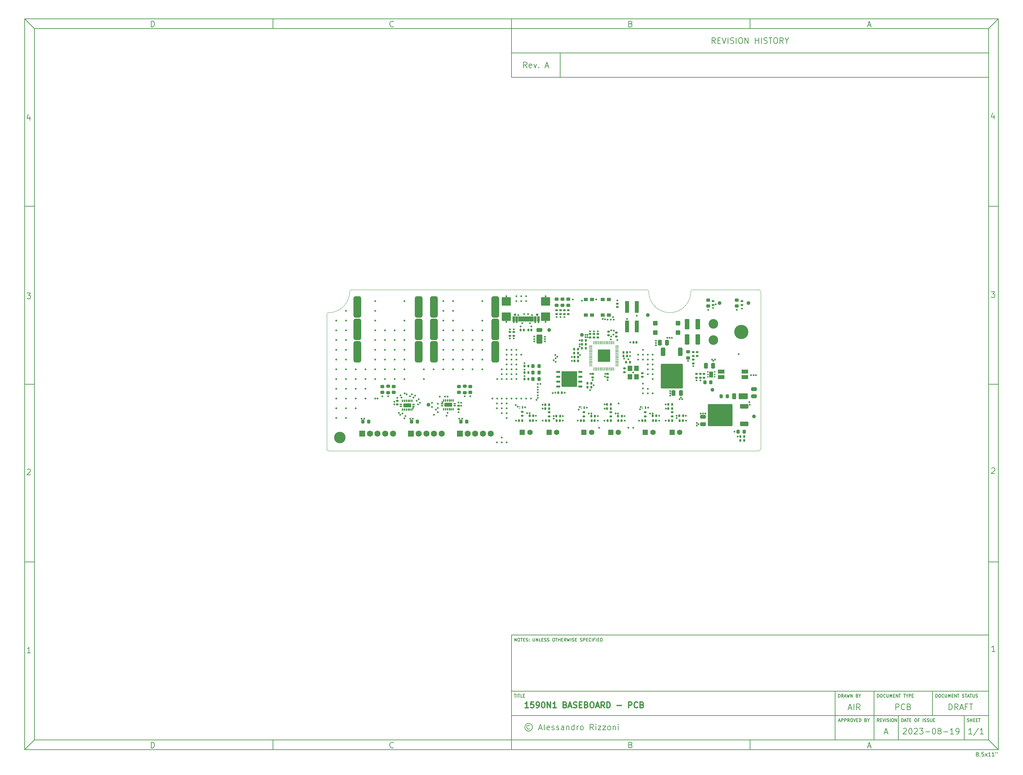
<source format=gbr>
%TF.GenerationSoftware,KiCad,Pcbnew,8.0.3*%
%TF.CreationDate,2024-07-04T15:42:04-04:00*%
%TF.ProjectId,baseboard,62617365-626f-4617-9264-2e6b69636164,A*%
%TF.SameCoordinates,Original*%
%TF.FileFunction,Soldermask,Top*%
%TF.FilePolarity,Negative*%
%FSLAX46Y46*%
G04 Gerber Fmt 4.6, Leading zero omitted, Abs format (unit mm)*
G04 Created by KiCad (PCBNEW 8.0.3) date 2024-07-04 15:42:04*
%MOMM*%
%LPD*%
G01*
G04 APERTURE LIST*
G04 Aperture macros list*
%AMRoundRect*
0 Rectangle with rounded corners*
0 $1 Rounding radius*
0 $2 $3 $4 $5 $6 $7 $8 $9 X,Y pos of 4 corners*
0 Add a 4 corners polygon primitive as box body*
4,1,4,$2,$3,$4,$5,$6,$7,$8,$9,$2,$3,0*
0 Add four circle primitives for the rounded corners*
1,1,$1+$1,$2,$3*
1,1,$1+$1,$4,$5*
1,1,$1+$1,$6,$7*
1,1,$1+$1,$8,$9*
0 Add four rect primitives between the rounded corners*
20,1,$1+$1,$2,$3,$4,$5,0*
20,1,$1+$1,$4,$5,$6,$7,0*
20,1,$1+$1,$6,$7,$8,$9,0*
20,1,$1+$1,$8,$9,$2,$3,0*%
G04 Aperture macros list end*
%ADD10C,0.100000*%
%ADD11C,0.150000*%
%ADD12C,0.300000*%
%ADD13RoundRect,0.225000X0.225000X0.250000X-0.225000X0.250000X-0.225000X-0.250000X0.225000X-0.250000X0*%
%ADD14RoundRect,0.200000X-0.275000X0.200000X-0.275000X-0.200000X0.275000X-0.200000X0.275000X0.200000X0*%
%ADD15C,1.000000*%
%ADD16RoundRect,0.250000X-0.375000X-1.075000X0.375000X-1.075000X0.375000X1.075000X-0.375000X1.075000X0*%
%ADD17RoundRect,0.125000X0.125000X0.225000X-0.125000X0.225000X-0.125000X-0.225000X0.125000X-0.225000X0*%
%ADD18R,1.400000X1.400000*%
%ADD19C,1.400000*%
%ADD20RoundRect,0.135000X-0.185000X0.135000X-0.185000X-0.135000X0.185000X-0.135000X0.185000X0.135000X0*%
%ADD21RoundRect,0.135000X0.185000X-0.135000X0.185000X0.135000X-0.185000X0.135000X-0.185000X-0.135000X0*%
%ADD22RoundRect,0.225000X-0.250000X0.225000X-0.250000X-0.225000X0.250000X-0.225000X0.250000X0.225000X0*%
%ADD23RoundRect,0.218750X-0.256250X0.218750X-0.256250X-0.218750X0.256250X-0.218750X0.256250X0.218750X0*%
%ADD24RoundRect,0.225000X0.250000X-0.225000X0.250000X0.225000X-0.250000X0.225000X-0.250000X-0.225000X0*%
%ADD25RoundRect,0.218750X0.256250X-0.218750X0.256250X0.218750X-0.256250X0.218750X-0.256250X-0.218750X0*%
%ADD26RoundRect,0.125000X-0.125000X-0.225000X0.125000X-0.225000X0.125000X0.225000X-0.125000X0.225000X0*%
%ADD27RoundRect,0.250000X0.250000X0.475000X-0.250000X0.475000X-0.250000X-0.475000X0.250000X-0.475000X0*%
%ADD28RoundRect,0.120000X0.480000X-0.480000X0.480000X0.480000X-0.480000X0.480000X-0.480000X-0.480000X0*%
%ADD29RoundRect,0.135000X-0.135000X-0.185000X0.135000X-0.185000X0.135000X0.185000X-0.135000X0.185000X0*%
%ADD30C,0.650000*%
%ADD31RoundRect,0.076000X0.304000X0.579000X-0.304000X0.579000X-0.304000X-0.579000X0.304000X-0.579000X0*%
%ADD32RoundRect,0.046000X0.184000X0.609000X-0.184000X0.609000X-0.184000X-0.609000X0.184000X-0.609000X0*%
%ADD33RoundRect,0.220400X0.971600X0.881600X-0.971600X0.881600X-0.971600X-0.881600X0.971600X-0.881600X0*%
%ADD34RoundRect,0.140000X0.140000X0.170000X-0.140000X0.170000X-0.140000X-0.170000X0.140000X-0.170000X0*%
%ADD35RoundRect,0.140000X-0.170000X0.140000X-0.170000X-0.140000X0.170000X-0.140000X0.170000X0.140000X0*%
%ADD36RoundRect,0.140000X-0.140000X-0.170000X0.140000X-0.170000X0.140000X0.170000X-0.140000X0.170000X0*%
%ADD37C,0.500000*%
%ADD38RoundRect,0.150000X-1.050000X-0.600000X1.050000X-0.600000X1.050000X0.600000X-1.050000X0.600000X0*%
%ADD39RoundRect,0.105000X-0.420000X-0.645000X0.420000X-0.645000X0.420000X0.645000X-0.420000X0.645000X0*%
%ADD40RoundRect,0.024000X0.276000X-0.096000X0.276000X0.096000X-0.276000X0.096000X-0.276000X-0.096000X0*%
%ADD41RoundRect,0.024000X0.096000X0.276000X-0.096000X0.276000X-0.096000X-0.276000X0.096000X-0.276000X0*%
%ADD42RoundRect,0.024000X-0.096000X-0.276000X0.096000X-0.276000X0.096000X0.276000X-0.096000X0.276000X0*%
%ADD43RoundRect,0.024000X-0.276000X0.096000X-0.276000X-0.096000X0.276000X-0.096000X0.276000X0.096000X0*%
%ADD44RoundRect,0.100000X-0.900000X0.400000X-0.900000X-0.400000X0.900000X-0.400000X0.900000X0.400000X0*%
%ADD45RoundRect,0.090000X0.410000X-0.360000X0.410000X0.360000X-0.410000X0.360000X-0.410000X-0.360000X0*%
%ADD46R,0.400000X0.250000*%
%ADD47R,0.400000X0.700000*%
%ADD48RoundRect,0.250000X-0.350000X0.850000X-0.350000X-0.850000X0.350000X-0.850000X0.350000X0.850000X0*%
%ADD49RoundRect,0.249997X-2.650003X2.950003X-2.650003X-2.950003X2.650003X-2.950003X2.650003X2.950003X0*%
%ADD50RoundRect,0.250000X0.375000X1.075000X-0.375000X1.075000X-0.375000X-1.075000X0.375000X-1.075000X0*%
%ADD51RoundRect,0.102000X-0.700000X-0.700000X0.700000X-0.700000X0.700000X0.700000X-0.700000X0.700000X0*%
%ADD52C,1.604000*%
%ADD53RoundRect,0.250000X-0.500000X0.950000X-0.500000X-0.950000X0.500000X-0.950000X0.500000X0.950000X0*%
%ADD54RoundRect,0.250000X-0.500000X0.275000X-0.500000X-0.275000X0.500000X-0.275000X0.500000X0.275000X0*%
%ADD55RoundRect,0.140000X0.170000X-0.140000X0.170000X0.140000X-0.170000X0.140000X-0.170000X-0.140000X0*%
%ADD56RoundRect,0.250000X-0.250000X-0.475000X0.250000X-0.475000X0.250000X0.475000X-0.250000X0.475000X0*%
%ADD57RoundRect,0.250000X-0.475000X0.250000X-0.475000X-0.250000X0.475000X-0.250000X0.475000X0.250000X0*%
%ADD58RoundRect,0.100000X0.775000X0.400000X-0.775000X0.400000X-0.775000X-0.400000X0.775000X-0.400000X0*%
%ADD59RoundRect,0.135000X0.135000X0.185000X-0.135000X0.185000X-0.135000X-0.185000X0.135000X-0.185000X0*%
%ADD60RoundRect,0.100000X0.900000X-0.400000X0.900000X0.400000X-0.900000X0.400000X-0.900000X-0.400000X0*%
%ADD61C,3.700000*%
%ADD62C,2.500000*%
%ADD63RoundRect,0.050000X0.050000X-0.387500X0.050000X0.387500X-0.050000X0.387500X-0.050000X-0.387500X0*%
%ADD64RoundRect,0.050000X0.387500X-0.050000X0.387500X0.050000X-0.387500X0.050000X-0.387500X-0.050000X0*%
%ADD65RoundRect,0.100000X1.500000X-1.500000X1.500000X1.500000X-1.500000X1.500000X-1.500000X-1.500000X0*%
%ADD66R,1.200000X1.400000*%
%ADD67RoundRect,0.225000X-0.225000X-0.250000X0.225000X-0.250000X0.225000X0.250000X-0.225000X0.250000X0*%
%ADD68RoundRect,0.500000X-0.500000X-2.300000X0.500000X-2.300000X0.500000X2.300000X-0.500000X2.300000X0*%
%ADD69RoundRect,0.250000X0.850000X0.350000X-0.850000X0.350000X-0.850000X-0.350000X0.850000X-0.350000X0*%
%ADD70RoundRect,0.249997X2.950003X2.650003X-2.950003X2.650003X-2.950003X-2.650003X2.950003X-2.650003X0*%
%ADD71RoundRect,0.218750X-0.218750X-0.256250X0.218750X-0.256250X0.218750X0.256250X-0.218750X0.256250X0*%
%ADD72RoundRect,0.090000X-0.410000X0.360000X-0.410000X-0.360000X0.410000X-0.360000X0.410000X0.360000X0*%
%ADD73RoundRect,0.100000X0.450000X-0.150000X0.450000X0.150000X-0.450000X0.150000X-0.450000X-0.150000X0*%
%ADD74C,0.660000*%
%ADD75RoundRect,0.100000X1.900000X-1.900000X1.900000X1.900000X-1.900000X1.900000X-1.900000X-1.900000X0*%
%ADD76C,3.000000*%
%ADD77RoundRect,0.093750X-0.093750X-0.106250X0.093750X-0.106250X0.093750X0.106250X-0.093750X0.106250X0*%
%ADD78RoundRect,0.100000X-0.400000X-0.700000X0.400000X-0.700000X0.400000X0.700000X-0.400000X0.700000X0*%
%ADD79R,1.000000X3.150000*%
%ADD80RoundRect,0.125000X-0.225000X0.125000X-0.225000X-0.125000X0.225000X-0.125000X0.225000X0.125000X0*%
%TA.AperFunction,Profile*%
%ADD81C,0.050000*%
%TD*%
G04 APERTURE END LIST*
D10*
D11*
X259813572Y-199154128D02*
X258956429Y-199154128D01*
X259385000Y-199154128D02*
X259385000Y-197654128D01*
X259385000Y-197654128D02*
X259242143Y-197868414D01*
X259242143Y-197868414D02*
X259099286Y-198011271D01*
X259099286Y-198011271D02*
X258956429Y-198082700D01*
X261527857Y-197582700D02*
X260242143Y-199511271D01*
X262813572Y-199154128D02*
X261956429Y-199154128D01*
X262385000Y-199154128D02*
X262385000Y-197654128D01*
X262385000Y-197654128D02*
X262242143Y-197868414D01*
X262242143Y-197868414D02*
X262099286Y-198011271D01*
X262099286Y-198011271D02*
X261956429Y-198082700D01*
D10*
D11*
X140409874Y-188759295D02*
X140867017Y-188759295D01*
X140638445Y-189559295D02*
X140638445Y-188759295D01*
X141133684Y-189559295D02*
X141133684Y-188759295D01*
X141400350Y-188759295D02*
X141857493Y-188759295D01*
X141628921Y-189559295D02*
X141628921Y-188759295D01*
X142505112Y-189559295D02*
X142124160Y-189559295D01*
X142124160Y-189559295D02*
X142124160Y-188759295D01*
X142771779Y-189140247D02*
X143038445Y-189140247D01*
X143152731Y-189559295D02*
X142771779Y-189559295D01*
X142771779Y-189559295D02*
X142771779Y-188759295D01*
X142771779Y-188759295D02*
X143152731Y-188759295D01*
D10*
D11*
X235596303Y-195909295D02*
X235329636Y-195528342D01*
X235139160Y-195909295D02*
X235139160Y-195109295D01*
X235139160Y-195109295D02*
X235443922Y-195109295D01*
X235443922Y-195109295D02*
X235520112Y-195147390D01*
X235520112Y-195147390D02*
X235558207Y-195185485D01*
X235558207Y-195185485D02*
X235596303Y-195261676D01*
X235596303Y-195261676D02*
X235596303Y-195375961D01*
X235596303Y-195375961D02*
X235558207Y-195452152D01*
X235558207Y-195452152D02*
X235520112Y-195490247D01*
X235520112Y-195490247D02*
X235443922Y-195528342D01*
X235443922Y-195528342D02*
X235139160Y-195528342D01*
X235939160Y-195490247D02*
X236205826Y-195490247D01*
X236320112Y-195909295D02*
X235939160Y-195909295D01*
X235939160Y-195909295D02*
X235939160Y-195109295D01*
X235939160Y-195109295D02*
X236320112Y-195109295D01*
X236548684Y-195109295D02*
X236815351Y-195909295D01*
X236815351Y-195909295D02*
X237082017Y-195109295D01*
X237348684Y-195909295D02*
X237348684Y-195109295D01*
X237691540Y-195871200D02*
X237805826Y-195909295D01*
X237805826Y-195909295D02*
X237996302Y-195909295D01*
X237996302Y-195909295D02*
X238072493Y-195871200D01*
X238072493Y-195871200D02*
X238110588Y-195833104D01*
X238110588Y-195833104D02*
X238148683Y-195756914D01*
X238148683Y-195756914D02*
X238148683Y-195680723D01*
X238148683Y-195680723D02*
X238110588Y-195604533D01*
X238110588Y-195604533D02*
X238072493Y-195566438D01*
X238072493Y-195566438D02*
X237996302Y-195528342D01*
X237996302Y-195528342D02*
X237843921Y-195490247D01*
X237843921Y-195490247D02*
X237767731Y-195452152D01*
X237767731Y-195452152D02*
X237729636Y-195414057D01*
X237729636Y-195414057D02*
X237691540Y-195337866D01*
X237691540Y-195337866D02*
X237691540Y-195261676D01*
X237691540Y-195261676D02*
X237729636Y-195185485D01*
X237729636Y-195185485D02*
X237767731Y-195147390D01*
X237767731Y-195147390D02*
X237843921Y-195109295D01*
X237843921Y-195109295D02*
X238034398Y-195109295D01*
X238034398Y-195109295D02*
X238148683Y-195147390D01*
X238491541Y-195909295D02*
X238491541Y-195109295D01*
X239024874Y-195109295D02*
X239177255Y-195109295D01*
X239177255Y-195109295D02*
X239253445Y-195147390D01*
X239253445Y-195147390D02*
X239329636Y-195223580D01*
X239329636Y-195223580D02*
X239367731Y-195375961D01*
X239367731Y-195375961D02*
X239367731Y-195642628D01*
X239367731Y-195642628D02*
X239329636Y-195795009D01*
X239329636Y-195795009D02*
X239253445Y-195871200D01*
X239253445Y-195871200D02*
X239177255Y-195909295D01*
X239177255Y-195909295D02*
X239024874Y-195909295D01*
X239024874Y-195909295D02*
X238948683Y-195871200D01*
X238948683Y-195871200D02*
X238872493Y-195795009D01*
X238872493Y-195795009D02*
X238834397Y-195642628D01*
X238834397Y-195642628D02*
X238834397Y-195375961D01*
X238834397Y-195375961D02*
X238872493Y-195223580D01*
X238872493Y-195223580D02*
X238948683Y-195147390D01*
X238948683Y-195147390D02*
X239024874Y-195109295D01*
X239710588Y-195909295D02*
X239710588Y-195109295D01*
X239710588Y-195109295D02*
X240167731Y-195909295D01*
X240167731Y-195909295D02*
X240167731Y-195109295D01*
D10*
D11*
X241489160Y-195909295D02*
X241489160Y-195109295D01*
X241489160Y-195109295D02*
X241679636Y-195109295D01*
X241679636Y-195109295D02*
X241793922Y-195147390D01*
X241793922Y-195147390D02*
X241870112Y-195223580D01*
X241870112Y-195223580D02*
X241908207Y-195299771D01*
X241908207Y-195299771D02*
X241946303Y-195452152D01*
X241946303Y-195452152D02*
X241946303Y-195566438D01*
X241946303Y-195566438D02*
X241908207Y-195718819D01*
X241908207Y-195718819D02*
X241870112Y-195795009D01*
X241870112Y-195795009D02*
X241793922Y-195871200D01*
X241793922Y-195871200D02*
X241679636Y-195909295D01*
X241679636Y-195909295D02*
X241489160Y-195909295D01*
X242251064Y-195680723D02*
X242632017Y-195680723D01*
X242174874Y-195909295D02*
X242441541Y-195109295D01*
X242441541Y-195109295D02*
X242708207Y-195909295D01*
X242860588Y-195109295D02*
X243317731Y-195109295D01*
X243089159Y-195909295D02*
X243089159Y-195109295D01*
X243584398Y-195490247D02*
X243851064Y-195490247D01*
X243965350Y-195909295D02*
X243584398Y-195909295D01*
X243584398Y-195909295D02*
X243584398Y-195109295D01*
X243584398Y-195109295D02*
X243965350Y-195109295D01*
X245070113Y-195109295D02*
X245222494Y-195109295D01*
X245222494Y-195109295D02*
X245298684Y-195147390D01*
X245298684Y-195147390D02*
X245374875Y-195223580D01*
X245374875Y-195223580D02*
X245412970Y-195375961D01*
X245412970Y-195375961D02*
X245412970Y-195642628D01*
X245412970Y-195642628D02*
X245374875Y-195795009D01*
X245374875Y-195795009D02*
X245298684Y-195871200D01*
X245298684Y-195871200D02*
X245222494Y-195909295D01*
X245222494Y-195909295D02*
X245070113Y-195909295D01*
X245070113Y-195909295D02*
X244993922Y-195871200D01*
X244993922Y-195871200D02*
X244917732Y-195795009D01*
X244917732Y-195795009D02*
X244879636Y-195642628D01*
X244879636Y-195642628D02*
X244879636Y-195375961D01*
X244879636Y-195375961D02*
X244917732Y-195223580D01*
X244917732Y-195223580D02*
X244993922Y-195147390D01*
X244993922Y-195147390D02*
X245070113Y-195109295D01*
X246022493Y-195490247D02*
X245755827Y-195490247D01*
X245755827Y-195909295D02*
X245755827Y-195109295D01*
X245755827Y-195109295D02*
X246136779Y-195109295D01*
X247051065Y-195909295D02*
X247051065Y-195109295D01*
X247393921Y-195871200D02*
X247508207Y-195909295D01*
X247508207Y-195909295D02*
X247698683Y-195909295D01*
X247698683Y-195909295D02*
X247774874Y-195871200D01*
X247774874Y-195871200D02*
X247812969Y-195833104D01*
X247812969Y-195833104D02*
X247851064Y-195756914D01*
X247851064Y-195756914D02*
X247851064Y-195680723D01*
X247851064Y-195680723D02*
X247812969Y-195604533D01*
X247812969Y-195604533D02*
X247774874Y-195566438D01*
X247774874Y-195566438D02*
X247698683Y-195528342D01*
X247698683Y-195528342D02*
X247546302Y-195490247D01*
X247546302Y-195490247D02*
X247470112Y-195452152D01*
X247470112Y-195452152D02*
X247432017Y-195414057D01*
X247432017Y-195414057D02*
X247393921Y-195337866D01*
X247393921Y-195337866D02*
X247393921Y-195261676D01*
X247393921Y-195261676D02*
X247432017Y-195185485D01*
X247432017Y-195185485D02*
X247470112Y-195147390D01*
X247470112Y-195147390D02*
X247546302Y-195109295D01*
X247546302Y-195109295D02*
X247736779Y-195109295D01*
X247736779Y-195109295D02*
X247851064Y-195147390D01*
X248155826Y-195871200D02*
X248270112Y-195909295D01*
X248270112Y-195909295D02*
X248460588Y-195909295D01*
X248460588Y-195909295D02*
X248536779Y-195871200D01*
X248536779Y-195871200D02*
X248574874Y-195833104D01*
X248574874Y-195833104D02*
X248612969Y-195756914D01*
X248612969Y-195756914D02*
X248612969Y-195680723D01*
X248612969Y-195680723D02*
X248574874Y-195604533D01*
X248574874Y-195604533D02*
X248536779Y-195566438D01*
X248536779Y-195566438D02*
X248460588Y-195528342D01*
X248460588Y-195528342D02*
X248308207Y-195490247D01*
X248308207Y-195490247D02*
X248232017Y-195452152D01*
X248232017Y-195452152D02*
X248193922Y-195414057D01*
X248193922Y-195414057D02*
X248155826Y-195337866D01*
X248155826Y-195337866D02*
X248155826Y-195261676D01*
X248155826Y-195261676D02*
X248193922Y-195185485D01*
X248193922Y-195185485D02*
X248232017Y-195147390D01*
X248232017Y-195147390D02*
X248308207Y-195109295D01*
X248308207Y-195109295D02*
X248498684Y-195109295D01*
X248498684Y-195109295D02*
X248612969Y-195147390D01*
X248955827Y-195109295D02*
X248955827Y-195756914D01*
X248955827Y-195756914D02*
X248993922Y-195833104D01*
X248993922Y-195833104D02*
X249032017Y-195871200D01*
X249032017Y-195871200D02*
X249108208Y-195909295D01*
X249108208Y-195909295D02*
X249260589Y-195909295D01*
X249260589Y-195909295D02*
X249336779Y-195871200D01*
X249336779Y-195871200D02*
X249374874Y-195833104D01*
X249374874Y-195833104D02*
X249412970Y-195756914D01*
X249412970Y-195756914D02*
X249412970Y-195109295D01*
X249793922Y-195490247D02*
X250060588Y-195490247D01*
X250174874Y-195909295D02*
X249793922Y-195909295D01*
X249793922Y-195909295D02*
X249793922Y-195109295D01*
X249793922Y-195109295D02*
X250174874Y-195109295D01*
D10*
D11*
X258596064Y-195871200D02*
X258710350Y-195909295D01*
X258710350Y-195909295D02*
X258900826Y-195909295D01*
X258900826Y-195909295D02*
X258977017Y-195871200D01*
X258977017Y-195871200D02*
X259015112Y-195833104D01*
X259015112Y-195833104D02*
X259053207Y-195756914D01*
X259053207Y-195756914D02*
X259053207Y-195680723D01*
X259053207Y-195680723D02*
X259015112Y-195604533D01*
X259015112Y-195604533D02*
X258977017Y-195566438D01*
X258977017Y-195566438D02*
X258900826Y-195528342D01*
X258900826Y-195528342D02*
X258748445Y-195490247D01*
X258748445Y-195490247D02*
X258672255Y-195452152D01*
X258672255Y-195452152D02*
X258634160Y-195414057D01*
X258634160Y-195414057D02*
X258596064Y-195337866D01*
X258596064Y-195337866D02*
X258596064Y-195261676D01*
X258596064Y-195261676D02*
X258634160Y-195185485D01*
X258634160Y-195185485D02*
X258672255Y-195147390D01*
X258672255Y-195147390D02*
X258748445Y-195109295D01*
X258748445Y-195109295D02*
X258938922Y-195109295D01*
X258938922Y-195109295D02*
X259053207Y-195147390D01*
X259396065Y-195909295D02*
X259396065Y-195109295D01*
X259396065Y-195490247D02*
X259853208Y-195490247D01*
X259853208Y-195909295D02*
X259853208Y-195109295D01*
X260234160Y-195490247D02*
X260500826Y-195490247D01*
X260615112Y-195909295D02*
X260234160Y-195909295D01*
X260234160Y-195909295D02*
X260234160Y-195109295D01*
X260234160Y-195109295D02*
X260615112Y-195109295D01*
X260957970Y-195490247D02*
X261224636Y-195490247D01*
X261338922Y-195909295D02*
X260957970Y-195909295D01*
X260957970Y-195909295D02*
X260957970Y-195109295D01*
X260957970Y-195109295D02*
X261338922Y-195109295D01*
X261567494Y-195109295D02*
X262024637Y-195109295D01*
X261796065Y-195909295D02*
X261796065Y-195109295D01*
D10*
D11*
X239942142Y-192804128D02*
X239942142Y-191304128D01*
X239942142Y-191304128D02*
X240513571Y-191304128D01*
X240513571Y-191304128D02*
X240656428Y-191375557D01*
X240656428Y-191375557D02*
X240727857Y-191446985D01*
X240727857Y-191446985D02*
X240799285Y-191589842D01*
X240799285Y-191589842D02*
X240799285Y-191804128D01*
X240799285Y-191804128D02*
X240727857Y-191946985D01*
X240727857Y-191946985D02*
X240656428Y-192018414D01*
X240656428Y-192018414D02*
X240513571Y-192089842D01*
X240513571Y-192089842D02*
X239942142Y-192089842D01*
X242299285Y-192661271D02*
X242227857Y-192732700D01*
X242227857Y-192732700D02*
X242013571Y-192804128D01*
X242013571Y-192804128D02*
X241870714Y-192804128D01*
X241870714Y-192804128D02*
X241656428Y-192732700D01*
X241656428Y-192732700D02*
X241513571Y-192589842D01*
X241513571Y-192589842D02*
X241442142Y-192446985D01*
X241442142Y-192446985D02*
X241370714Y-192161271D01*
X241370714Y-192161271D02*
X241370714Y-191946985D01*
X241370714Y-191946985D02*
X241442142Y-191661271D01*
X241442142Y-191661271D02*
X241513571Y-191518414D01*
X241513571Y-191518414D02*
X241656428Y-191375557D01*
X241656428Y-191375557D02*
X241870714Y-191304128D01*
X241870714Y-191304128D02*
X242013571Y-191304128D01*
X242013571Y-191304128D02*
X242227857Y-191375557D01*
X242227857Y-191375557D02*
X242299285Y-191446985D01*
X243442142Y-192018414D02*
X243656428Y-192089842D01*
X243656428Y-192089842D02*
X243727857Y-192161271D01*
X243727857Y-192161271D02*
X243799285Y-192304128D01*
X243799285Y-192304128D02*
X243799285Y-192518414D01*
X243799285Y-192518414D02*
X243727857Y-192661271D01*
X243727857Y-192661271D02*
X243656428Y-192732700D01*
X243656428Y-192732700D02*
X243513571Y-192804128D01*
X243513571Y-192804128D02*
X242942142Y-192804128D01*
X242942142Y-192804128D02*
X242942142Y-191304128D01*
X242942142Y-191304128D02*
X243442142Y-191304128D01*
X243442142Y-191304128D02*
X243585000Y-191375557D01*
X243585000Y-191375557D02*
X243656428Y-191446985D01*
X243656428Y-191446985D02*
X243727857Y-191589842D01*
X243727857Y-191589842D02*
X243727857Y-191732700D01*
X243727857Y-191732700D02*
X243656428Y-191875557D01*
X243656428Y-191875557D02*
X243585000Y-191946985D01*
X243585000Y-191946985D02*
X243442142Y-192018414D01*
X243442142Y-192018414D02*
X242942142Y-192018414D01*
D10*
D11*
X225068064Y-195680723D02*
X225449017Y-195680723D01*
X224991874Y-195909295D02*
X225258541Y-195109295D01*
X225258541Y-195109295D02*
X225525207Y-195909295D01*
X225791874Y-195909295D02*
X225791874Y-195109295D01*
X225791874Y-195109295D02*
X226096636Y-195109295D01*
X226096636Y-195109295D02*
X226172826Y-195147390D01*
X226172826Y-195147390D02*
X226210921Y-195185485D01*
X226210921Y-195185485D02*
X226249017Y-195261676D01*
X226249017Y-195261676D02*
X226249017Y-195375961D01*
X226249017Y-195375961D02*
X226210921Y-195452152D01*
X226210921Y-195452152D02*
X226172826Y-195490247D01*
X226172826Y-195490247D02*
X226096636Y-195528342D01*
X226096636Y-195528342D02*
X225791874Y-195528342D01*
X226591874Y-195909295D02*
X226591874Y-195109295D01*
X226591874Y-195109295D02*
X226896636Y-195109295D01*
X226896636Y-195109295D02*
X226972826Y-195147390D01*
X226972826Y-195147390D02*
X227010921Y-195185485D01*
X227010921Y-195185485D02*
X227049017Y-195261676D01*
X227049017Y-195261676D02*
X227049017Y-195375961D01*
X227049017Y-195375961D02*
X227010921Y-195452152D01*
X227010921Y-195452152D02*
X226972826Y-195490247D01*
X226972826Y-195490247D02*
X226896636Y-195528342D01*
X226896636Y-195528342D02*
X226591874Y-195528342D01*
X227849017Y-195909295D02*
X227582350Y-195528342D01*
X227391874Y-195909295D02*
X227391874Y-195109295D01*
X227391874Y-195109295D02*
X227696636Y-195109295D01*
X227696636Y-195109295D02*
X227772826Y-195147390D01*
X227772826Y-195147390D02*
X227810921Y-195185485D01*
X227810921Y-195185485D02*
X227849017Y-195261676D01*
X227849017Y-195261676D02*
X227849017Y-195375961D01*
X227849017Y-195375961D02*
X227810921Y-195452152D01*
X227810921Y-195452152D02*
X227772826Y-195490247D01*
X227772826Y-195490247D02*
X227696636Y-195528342D01*
X227696636Y-195528342D02*
X227391874Y-195528342D01*
X228344255Y-195109295D02*
X228496636Y-195109295D01*
X228496636Y-195109295D02*
X228572826Y-195147390D01*
X228572826Y-195147390D02*
X228649017Y-195223580D01*
X228649017Y-195223580D02*
X228687112Y-195375961D01*
X228687112Y-195375961D02*
X228687112Y-195642628D01*
X228687112Y-195642628D02*
X228649017Y-195795009D01*
X228649017Y-195795009D02*
X228572826Y-195871200D01*
X228572826Y-195871200D02*
X228496636Y-195909295D01*
X228496636Y-195909295D02*
X228344255Y-195909295D01*
X228344255Y-195909295D02*
X228268064Y-195871200D01*
X228268064Y-195871200D02*
X228191874Y-195795009D01*
X228191874Y-195795009D02*
X228153778Y-195642628D01*
X228153778Y-195642628D02*
X228153778Y-195375961D01*
X228153778Y-195375961D02*
X228191874Y-195223580D01*
X228191874Y-195223580D02*
X228268064Y-195147390D01*
X228268064Y-195147390D02*
X228344255Y-195109295D01*
X228915683Y-195109295D02*
X229182350Y-195909295D01*
X229182350Y-195909295D02*
X229449016Y-195109295D01*
X229715683Y-195490247D02*
X229982349Y-195490247D01*
X230096635Y-195909295D02*
X229715683Y-195909295D01*
X229715683Y-195909295D02*
X229715683Y-195109295D01*
X229715683Y-195109295D02*
X230096635Y-195109295D01*
X230439493Y-195909295D02*
X230439493Y-195109295D01*
X230439493Y-195109295D02*
X230629969Y-195109295D01*
X230629969Y-195109295D02*
X230744255Y-195147390D01*
X230744255Y-195147390D02*
X230820445Y-195223580D01*
X230820445Y-195223580D02*
X230858540Y-195299771D01*
X230858540Y-195299771D02*
X230896636Y-195452152D01*
X230896636Y-195452152D02*
X230896636Y-195566438D01*
X230896636Y-195566438D02*
X230858540Y-195718819D01*
X230858540Y-195718819D02*
X230820445Y-195795009D01*
X230820445Y-195795009D02*
X230744255Y-195871200D01*
X230744255Y-195871200D02*
X230629969Y-195909295D01*
X230629969Y-195909295D02*
X230439493Y-195909295D01*
X232115683Y-195490247D02*
X232229969Y-195528342D01*
X232229969Y-195528342D02*
X232268064Y-195566438D01*
X232268064Y-195566438D02*
X232306160Y-195642628D01*
X232306160Y-195642628D02*
X232306160Y-195756914D01*
X232306160Y-195756914D02*
X232268064Y-195833104D01*
X232268064Y-195833104D02*
X232229969Y-195871200D01*
X232229969Y-195871200D02*
X232153779Y-195909295D01*
X232153779Y-195909295D02*
X231849017Y-195909295D01*
X231849017Y-195909295D02*
X231849017Y-195109295D01*
X231849017Y-195109295D02*
X232115683Y-195109295D01*
X232115683Y-195109295D02*
X232191874Y-195147390D01*
X232191874Y-195147390D02*
X232229969Y-195185485D01*
X232229969Y-195185485D02*
X232268064Y-195261676D01*
X232268064Y-195261676D02*
X232268064Y-195337866D01*
X232268064Y-195337866D02*
X232229969Y-195414057D01*
X232229969Y-195414057D02*
X232191874Y-195452152D01*
X232191874Y-195452152D02*
X232115683Y-195490247D01*
X232115683Y-195490247D02*
X231849017Y-195490247D01*
X232801398Y-195528342D02*
X232801398Y-195909295D01*
X232534731Y-195109295D02*
X232801398Y-195528342D01*
X232801398Y-195528342D02*
X233068064Y-195109295D01*
D10*
D11*
X144445112Y-196918271D02*
X144302255Y-196846842D01*
X144302255Y-196846842D02*
X144016541Y-196846842D01*
X144016541Y-196846842D02*
X143873684Y-196918271D01*
X143873684Y-196918271D02*
X143730826Y-197061128D01*
X143730826Y-197061128D02*
X143659398Y-197203985D01*
X143659398Y-197203985D02*
X143659398Y-197489700D01*
X143659398Y-197489700D02*
X143730826Y-197632557D01*
X143730826Y-197632557D02*
X143873684Y-197775414D01*
X143873684Y-197775414D02*
X144016541Y-197846842D01*
X144016541Y-197846842D02*
X144302255Y-197846842D01*
X144302255Y-197846842D02*
X144445112Y-197775414D01*
X144159398Y-196346842D02*
X143802255Y-196418271D01*
X143802255Y-196418271D02*
X143445112Y-196632557D01*
X143445112Y-196632557D02*
X143230826Y-196989700D01*
X143230826Y-196989700D02*
X143159398Y-197346842D01*
X143159398Y-197346842D02*
X143230826Y-197703985D01*
X143230826Y-197703985D02*
X143445112Y-198061128D01*
X143445112Y-198061128D02*
X143802255Y-198275414D01*
X143802255Y-198275414D02*
X144159398Y-198346842D01*
X144159398Y-198346842D02*
X144516541Y-198275414D01*
X144516541Y-198275414D02*
X144873684Y-198061128D01*
X144873684Y-198061128D02*
X145087969Y-197703985D01*
X145087969Y-197703985D02*
X145159398Y-197346842D01*
X145159398Y-197346842D02*
X145087969Y-196989700D01*
X145087969Y-196989700D02*
X144873684Y-196632557D01*
X144873684Y-196632557D02*
X144516541Y-196418271D01*
X144516541Y-196418271D02*
X144159398Y-196346842D01*
X146873684Y-197632557D02*
X147587970Y-197632557D01*
X146730827Y-198061128D02*
X147230827Y-196561128D01*
X147230827Y-196561128D02*
X147730827Y-198061128D01*
X148445112Y-198061128D02*
X148302255Y-197989700D01*
X148302255Y-197989700D02*
X148230826Y-197846842D01*
X148230826Y-197846842D02*
X148230826Y-196561128D01*
X149587969Y-197989700D02*
X149445112Y-198061128D01*
X149445112Y-198061128D02*
X149159398Y-198061128D01*
X149159398Y-198061128D02*
X149016540Y-197989700D01*
X149016540Y-197989700D02*
X148945112Y-197846842D01*
X148945112Y-197846842D02*
X148945112Y-197275414D01*
X148945112Y-197275414D02*
X149016540Y-197132557D01*
X149016540Y-197132557D02*
X149159398Y-197061128D01*
X149159398Y-197061128D02*
X149445112Y-197061128D01*
X149445112Y-197061128D02*
X149587969Y-197132557D01*
X149587969Y-197132557D02*
X149659398Y-197275414D01*
X149659398Y-197275414D02*
X149659398Y-197418271D01*
X149659398Y-197418271D02*
X148945112Y-197561128D01*
X150230826Y-197989700D02*
X150373683Y-198061128D01*
X150373683Y-198061128D02*
X150659397Y-198061128D01*
X150659397Y-198061128D02*
X150802254Y-197989700D01*
X150802254Y-197989700D02*
X150873683Y-197846842D01*
X150873683Y-197846842D02*
X150873683Y-197775414D01*
X150873683Y-197775414D02*
X150802254Y-197632557D01*
X150802254Y-197632557D02*
X150659397Y-197561128D01*
X150659397Y-197561128D02*
X150445112Y-197561128D01*
X150445112Y-197561128D02*
X150302254Y-197489700D01*
X150302254Y-197489700D02*
X150230826Y-197346842D01*
X150230826Y-197346842D02*
X150230826Y-197275414D01*
X150230826Y-197275414D02*
X150302254Y-197132557D01*
X150302254Y-197132557D02*
X150445112Y-197061128D01*
X150445112Y-197061128D02*
X150659397Y-197061128D01*
X150659397Y-197061128D02*
X150802254Y-197132557D01*
X151445112Y-197989700D02*
X151587969Y-198061128D01*
X151587969Y-198061128D02*
X151873683Y-198061128D01*
X151873683Y-198061128D02*
X152016540Y-197989700D01*
X152016540Y-197989700D02*
X152087969Y-197846842D01*
X152087969Y-197846842D02*
X152087969Y-197775414D01*
X152087969Y-197775414D02*
X152016540Y-197632557D01*
X152016540Y-197632557D02*
X151873683Y-197561128D01*
X151873683Y-197561128D02*
X151659398Y-197561128D01*
X151659398Y-197561128D02*
X151516540Y-197489700D01*
X151516540Y-197489700D02*
X151445112Y-197346842D01*
X151445112Y-197346842D02*
X151445112Y-197275414D01*
X151445112Y-197275414D02*
X151516540Y-197132557D01*
X151516540Y-197132557D02*
X151659398Y-197061128D01*
X151659398Y-197061128D02*
X151873683Y-197061128D01*
X151873683Y-197061128D02*
X152016540Y-197132557D01*
X153373684Y-198061128D02*
X153373684Y-197275414D01*
X153373684Y-197275414D02*
X153302255Y-197132557D01*
X153302255Y-197132557D02*
X153159398Y-197061128D01*
X153159398Y-197061128D02*
X152873684Y-197061128D01*
X152873684Y-197061128D02*
X152730826Y-197132557D01*
X153373684Y-197989700D02*
X153230826Y-198061128D01*
X153230826Y-198061128D02*
X152873684Y-198061128D01*
X152873684Y-198061128D02*
X152730826Y-197989700D01*
X152730826Y-197989700D02*
X152659398Y-197846842D01*
X152659398Y-197846842D02*
X152659398Y-197703985D01*
X152659398Y-197703985D02*
X152730826Y-197561128D01*
X152730826Y-197561128D02*
X152873684Y-197489700D01*
X152873684Y-197489700D02*
X153230826Y-197489700D01*
X153230826Y-197489700D02*
X153373684Y-197418271D01*
X154087969Y-197061128D02*
X154087969Y-198061128D01*
X154087969Y-197203985D02*
X154159398Y-197132557D01*
X154159398Y-197132557D02*
X154302255Y-197061128D01*
X154302255Y-197061128D02*
X154516541Y-197061128D01*
X154516541Y-197061128D02*
X154659398Y-197132557D01*
X154659398Y-197132557D02*
X154730827Y-197275414D01*
X154730827Y-197275414D02*
X154730827Y-198061128D01*
X156087970Y-198061128D02*
X156087970Y-196561128D01*
X156087970Y-197989700D02*
X155945112Y-198061128D01*
X155945112Y-198061128D02*
X155659398Y-198061128D01*
X155659398Y-198061128D02*
X155516541Y-197989700D01*
X155516541Y-197989700D02*
X155445112Y-197918271D01*
X155445112Y-197918271D02*
X155373684Y-197775414D01*
X155373684Y-197775414D02*
X155373684Y-197346842D01*
X155373684Y-197346842D02*
X155445112Y-197203985D01*
X155445112Y-197203985D02*
X155516541Y-197132557D01*
X155516541Y-197132557D02*
X155659398Y-197061128D01*
X155659398Y-197061128D02*
X155945112Y-197061128D01*
X155945112Y-197061128D02*
X156087970Y-197132557D01*
X156802255Y-198061128D02*
X156802255Y-197061128D01*
X156802255Y-197346842D02*
X156873684Y-197203985D01*
X156873684Y-197203985D02*
X156945113Y-197132557D01*
X156945113Y-197132557D02*
X157087970Y-197061128D01*
X157087970Y-197061128D02*
X157230827Y-197061128D01*
X157945112Y-198061128D02*
X157802255Y-197989700D01*
X157802255Y-197989700D02*
X157730826Y-197918271D01*
X157730826Y-197918271D02*
X157659398Y-197775414D01*
X157659398Y-197775414D02*
X157659398Y-197346842D01*
X157659398Y-197346842D02*
X157730826Y-197203985D01*
X157730826Y-197203985D02*
X157802255Y-197132557D01*
X157802255Y-197132557D02*
X157945112Y-197061128D01*
X157945112Y-197061128D02*
X158159398Y-197061128D01*
X158159398Y-197061128D02*
X158302255Y-197132557D01*
X158302255Y-197132557D02*
X158373684Y-197203985D01*
X158373684Y-197203985D02*
X158445112Y-197346842D01*
X158445112Y-197346842D02*
X158445112Y-197775414D01*
X158445112Y-197775414D02*
X158373684Y-197918271D01*
X158373684Y-197918271D02*
X158302255Y-197989700D01*
X158302255Y-197989700D02*
X158159398Y-198061128D01*
X158159398Y-198061128D02*
X157945112Y-198061128D01*
X161087969Y-198061128D02*
X160587969Y-197346842D01*
X160230826Y-198061128D02*
X160230826Y-196561128D01*
X160230826Y-196561128D02*
X160802255Y-196561128D01*
X160802255Y-196561128D02*
X160945112Y-196632557D01*
X160945112Y-196632557D02*
X161016541Y-196703985D01*
X161016541Y-196703985D02*
X161087969Y-196846842D01*
X161087969Y-196846842D02*
X161087969Y-197061128D01*
X161087969Y-197061128D02*
X161016541Y-197203985D01*
X161016541Y-197203985D02*
X160945112Y-197275414D01*
X160945112Y-197275414D02*
X160802255Y-197346842D01*
X160802255Y-197346842D02*
X160230826Y-197346842D01*
X161730826Y-198061128D02*
X161730826Y-197061128D01*
X161730826Y-196561128D02*
X161659398Y-196632557D01*
X161659398Y-196632557D02*
X161730826Y-196703985D01*
X161730826Y-196703985D02*
X161802255Y-196632557D01*
X161802255Y-196632557D02*
X161730826Y-196561128D01*
X161730826Y-196561128D02*
X161730826Y-196703985D01*
X162302255Y-197061128D02*
X163087970Y-197061128D01*
X163087970Y-197061128D02*
X162302255Y-198061128D01*
X162302255Y-198061128D02*
X163087970Y-198061128D01*
X163516541Y-197061128D02*
X164302256Y-197061128D01*
X164302256Y-197061128D02*
X163516541Y-198061128D01*
X163516541Y-198061128D02*
X164302256Y-198061128D01*
X165087970Y-198061128D02*
X164945113Y-197989700D01*
X164945113Y-197989700D02*
X164873684Y-197918271D01*
X164873684Y-197918271D02*
X164802256Y-197775414D01*
X164802256Y-197775414D02*
X164802256Y-197346842D01*
X164802256Y-197346842D02*
X164873684Y-197203985D01*
X164873684Y-197203985D02*
X164945113Y-197132557D01*
X164945113Y-197132557D02*
X165087970Y-197061128D01*
X165087970Y-197061128D02*
X165302256Y-197061128D01*
X165302256Y-197061128D02*
X165445113Y-197132557D01*
X165445113Y-197132557D02*
X165516542Y-197203985D01*
X165516542Y-197203985D02*
X165587970Y-197346842D01*
X165587970Y-197346842D02*
X165587970Y-197775414D01*
X165587970Y-197775414D02*
X165516542Y-197918271D01*
X165516542Y-197918271D02*
X165445113Y-197989700D01*
X165445113Y-197989700D02*
X165302256Y-198061128D01*
X165302256Y-198061128D02*
X165087970Y-198061128D01*
X166230827Y-197061128D02*
X166230827Y-198061128D01*
X166230827Y-197203985D02*
X166302256Y-197132557D01*
X166302256Y-197132557D02*
X166445113Y-197061128D01*
X166445113Y-197061128D02*
X166659399Y-197061128D01*
X166659399Y-197061128D02*
X166802256Y-197132557D01*
X166802256Y-197132557D02*
X166873685Y-197275414D01*
X166873685Y-197275414D02*
X166873685Y-198061128D01*
X167587970Y-198061128D02*
X167587970Y-197061128D01*
X167587970Y-196561128D02*
X167516542Y-196632557D01*
X167516542Y-196632557D02*
X167587970Y-196703985D01*
X167587970Y-196703985D02*
X167659399Y-196632557D01*
X167659399Y-196632557D02*
X167587970Y-196561128D01*
X167587970Y-196561128D02*
X167587970Y-196703985D01*
D10*
D11*
X227670714Y-192375557D02*
X228385000Y-192375557D01*
X227527857Y-192804128D02*
X228027857Y-191304128D01*
X228027857Y-191304128D02*
X228527857Y-192804128D01*
X229027856Y-192804128D02*
X229027856Y-191304128D01*
X230599285Y-192804128D02*
X230099285Y-192089842D01*
X229742142Y-192804128D02*
X229742142Y-191304128D01*
X229742142Y-191304128D02*
X230313571Y-191304128D01*
X230313571Y-191304128D02*
X230456428Y-191375557D01*
X230456428Y-191375557D02*
X230527857Y-191446985D01*
X230527857Y-191446985D02*
X230599285Y-191589842D01*
X230599285Y-191589842D02*
X230599285Y-191804128D01*
X230599285Y-191804128D02*
X230527857Y-191946985D01*
X230527857Y-191946985D02*
X230456428Y-192018414D01*
X230456428Y-192018414D02*
X230313571Y-192089842D01*
X230313571Y-192089842D02*
X229742142Y-192089842D01*
D10*
D11*
X250379160Y-189559295D02*
X250379160Y-188759295D01*
X250379160Y-188759295D02*
X250569636Y-188759295D01*
X250569636Y-188759295D02*
X250683922Y-188797390D01*
X250683922Y-188797390D02*
X250760112Y-188873580D01*
X250760112Y-188873580D02*
X250798207Y-188949771D01*
X250798207Y-188949771D02*
X250836303Y-189102152D01*
X250836303Y-189102152D02*
X250836303Y-189216438D01*
X250836303Y-189216438D02*
X250798207Y-189368819D01*
X250798207Y-189368819D02*
X250760112Y-189445009D01*
X250760112Y-189445009D02*
X250683922Y-189521200D01*
X250683922Y-189521200D02*
X250569636Y-189559295D01*
X250569636Y-189559295D02*
X250379160Y-189559295D01*
X251331541Y-188759295D02*
X251483922Y-188759295D01*
X251483922Y-188759295D02*
X251560112Y-188797390D01*
X251560112Y-188797390D02*
X251636303Y-188873580D01*
X251636303Y-188873580D02*
X251674398Y-189025961D01*
X251674398Y-189025961D02*
X251674398Y-189292628D01*
X251674398Y-189292628D02*
X251636303Y-189445009D01*
X251636303Y-189445009D02*
X251560112Y-189521200D01*
X251560112Y-189521200D02*
X251483922Y-189559295D01*
X251483922Y-189559295D02*
X251331541Y-189559295D01*
X251331541Y-189559295D02*
X251255350Y-189521200D01*
X251255350Y-189521200D02*
X251179160Y-189445009D01*
X251179160Y-189445009D02*
X251141064Y-189292628D01*
X251141064Y-189292628D02*
X251141064Y-189025961D01*
X251141064Y-189025961D02*
X251179160Y-188873580D01*
X251179160Y-188873580D02*
X251255350Y-188797390D01*
X251255350Y-188797390D02*
X251331541Y-188759295D01*
X252474398Y-189483104D02*
X252436302Y-189521200D01*
X252436302Y-189521200D02*
X252322017Y-189559295D01*
X252322017Y-189559295D02*
X252245826Y-189559295D01*
X252245826Y-189559295D02*
X252131540Y-189521200D01*
X252131540Y-189521200D02*
X252055350Y-189445009D01*
X252055350Y-189445009D02*
X252017255Y-189368819D01*
X252017255Y-189368819D02*
X251979159Y-189216438D01*
X251979159Y-189216438D02*
X251979159Y-189102152D01*
X251979159Y-189102152D02*
X252017255Y-188949771D01*
X252017255Y-188949771D02*
X252055350Y-188873580D01*
X252055350Y-188873580D02*
X252131540Y-188797390D01*
X252131540Y-188797390D02*
X252245826Y-188759295D01*
X252245826Y-188759295D02*
X252322017Y-188759295D01*
X252322017Y-188759295D02*
X252436302Y-188797390D01*
X252436302Y-188797390D02*
X252474398Y-188835485D01*
X252817255Y-188759295D02*
X252817255Y-189406914D01*
X252817255Y-189406914D02*
X252855350Y-189483104D01*
X252855350Y-189483104D02*
X252893445Y-189521200D01*
X252893445Y-189521200D02*
X252969636Y-189559295D01*
X252969636Y-189559295D02*
X253122017Y-189559295D01*
X253122017Y-189559295D02*
X253198207Y-189521200D01*
X253198207Y-189521200D02*
X253236302Y-189483104D01*
X253236302Y-189483104D02*
X253274398Y-189406914D01*
X253274398Y-189406914D02*
X253274398Y-188759295D01*
X253655350Y-189559295D02*
X253655350Y-188759295D01*
X253655350Y-188759295D02*
X253922016Y-189330723D01*
X253922016Y-189330723D02*
X254188683Y-188759295D01*
X254188683Y-188759295D02*
X254188683Y-189559295D01*
X254569636Y-189140247D02*
X254836302Y-189140247D01*
X254950588Y-189559295D02*
X254569636Y-189559295D01*
X254569636Y-189559295D02*
X254569636Y-188759295D01*
X254569636Y-188759295D02*
X254950588Y-188759295D01*
X255293446Y-189559295D02*
X255293446Y-188759295D01*
X255293446Y-188759295D02*
X255750589Y-189559295D01*
X255750589Y-189559295D02*
X255750589Y-188759295D01*
X256017255Y-188759295D02*
X256474398Y-188759295D01*
X256245826Y-189559295D02*
X256245826Y-188759295D01*
X257312493Y-189521200D02*
X257426779Y-189559295D01*
X257426779Y-189559295D02*
X257617255Y-189559295D01*
X257617255Y-189559295D02*
X257693446Y-189521200D01*
X257693446Y-189521200D02*
X257731541Y-189483104D01*
X257731541Y-189483104D02*
X257769636Y-189406914D01*
X257769636Y-189406914D02*
X257769636Y-189330723D01*
X257769636Y-189330723D02*
X257731541Y-189254533D01*
X257731541Y-189254533D02*
X257693446Y-189216438D01*
X257693446Y-189216438D02*
X257617255Y-189178342D01*
X257617255Y-189178342D02*
X257464874Y-189140247D01*
X257464874Y-189140247D02*
X257388684Y-189102152D01*
X257388684Y-189102152D02*
X257350589Y-189064057D01*
X257350589Y-189064057D02*
X257312493Y-188987866D01*
X257312493Y-188987866D02*
X257312493Y-188911676D01*
X257312493Y-188911676D02*
X257350589Y-188835485D01*
X257350589Y-188835485D02*
X257388684Y-188797390D01*
X257388684Y-188797390D02*
X257464874Y-188759295D01*
X257464874Y-188759295D02*
X257655351Y-188759295D01*
X257655351Y-188759295D02*
X257769636Y-188797390D01*
X257998208Y-188759295D02*
X258455351Y-188759295D01*
X258226779Y-189559295D02*
X258226779Y-188759295D01*
X258683922Y-189330723D02*
X259064875Y-189330723D01*
X258607732Y-189559295D02*
X258874399Y-188759295D01*
X258874399Y-188759295D02*
X259141065Y-189559295D01*
X259293446Y-188759295D02*
X259750589Y-188759295D01*
X259522017Y-189559295D02*
X259522017Y-188759295D01*
X260017256Y-188759295D02*
X260017256Y-189406914D01*
X260017256Y-189406914D02*
X260055351Y-189483104D01*
X260055351Y-189483104D02*
X260093446Y-189521200D01*
X260093446Y-189521200D02*
X260169637Y-189559295D01*
X260169637Y-189559295D02*
X260322018Y-189559295D01*
X260322018Y-189559295D02*
X260398208Y-189521200D01*
X260398208Y-189521200D02*
X260436303Y-189483104D01*
X260436303Y-189483104D02*
X260474399Y-189406914D01*
X260474399Y-189406914D02*
X260474399Y-188759295D01*
X260817255Y-189521200D02*
X260931541Y-189559295D01*
X260931541Y-189559295D02*
X261122017Y-189559295D01*
X261122017Y-189559295D02*
X261198208Y-189521200D01*
X261198208Y-189521200D02*
X261236303Y-189483104D01*
X261236303Y-189483104D02*
X261274398Y-189406914D01*
X261274398Y-189406914D02*
X261274398Y-189330723D01*
X261274398Y-189330723D02*
X261236303Y-189254533D01*
X261236303Y-189254533D02*
X261198208Y-189216438D01*
X261198208Y-189216438D02*
X261122017Y-189178342D01*
X261122017Y-189178342D02*
X260969636Y-189140247D01*
X260969636Y-189140247D02*
X260893446Y-189102152D01*
X260893446Y-189102152D02*
X260855351Y-189064057D01*
X260855351Y-189064057D02*
X260817255Y-188987866D01*
X260817255Y-188987866D02*
X260817255Y-188911676D01*
X260817255Y-188911676D02*
X260855351Y-188835485D01*
X260855351Y-188835485D02*
X260893446Y-188797390D01*
X260893446Y-188797390D02*
X260969636Y-188759295D01*
X260969636Y-188759295D02*
X261160113Y-188759295D01*
X261160113Y-188759295D02*
X261274398Y-188797390D01*
D10*
D11*
X224979160Y-189559295D02*
X224979160Y-188759295D01*
X224979160Y-188759295D02*
X225169636Y-188759295D01*
X225169636Y-188759295D02*
X225283922Y-188797390D01*
X225283922Y-188797390D02*
X225360112Y-188873580D01*
X225360112Y-188873580D02*
X225398207Y-188949771D01*
X225398207Y-188949771D02*
X225436303Y-189102152D01*
X225436303Y-189102152D02*
X225436303Y-189216438D01*
X225436303Y-189216438D02*
X225398207Y-189368819D01*
X225398207Y-189368819D02*
X225360112Y-189445009D01*
X225360112Y-189445009D02*
X225283922Y-189521200D01*
X225283922Y-189521200D02*
X225169636Y-189559295D01*
X225169636Y-189559295D02*
X224979160Y-189559295D01*
X226236303Y-189559295D02*
X225969636Y-189178342D01*
X225779160Y-189559295D02*
X225779160Y-188759295D01*
X225779160Y-188759295D02*
X226083922Y-188759295D01*
X226083922Y-188759295D02*
X226160112Y-188797390D01*
X226160112Y-188797390D02*
X226198207Y-188835485D01*
X226198207Y-188835485D02*
X226236303Y-188911676D01*
X226236303Y-188911676D02*
X226236303Y-189025961D01*
X226236303Y-189025961D02*
X226198207Y-189102152D01*
X226198207Y-189102152D02*
X226160112Y-189140247D01*
X226160112Y-189140247D02*
X226083922Y-189178342D01*
X226083922Y-189178342D02*
X225779160Y-189178342D01*
X226541064Y-189330723D02*
X226922017Y-189330723D01*
X226464874Y-189559295D02*
X226731541Y-188759295D01*
X226731541Y-188759295D02*
X226998207Y-189559295D01*
X227188683Y-188759295D02*
X227379159Y-189559295D01*
X227379159Y-189559295D02*
X227531540Y-188987866D01*
X227531540Y-188987866D02*
X227683921Y-189559295D01*
X227683921Y-189559295D02*
X227874398Y-188759295D01*
X228179160Y-189559295D02*
X228179160Y-188759295D01*
X228179160Y-188759295D02*
X228636303Y-189559295D01*
X228636303Y-189559295D02*
X228636303Y-188759295D01*
X229893445Y-189140247D02*
X230007731Y-189178342D01*
X230007731Y-189178342D02*
X230045826Y-189216438D01*
X230045826Y-189216438D02*
X230083922Y-189292628D01*
X230083922Y-189292628D02*
X230083922Y-189406914D01*
X230083922Y-189406914D02*
X230045826Y-189483104D01*
X230045826Y-189483104D02*
X230007731Y-189521200D01*
X230007731Y-189521200D02*
X229931541Y-189559295D01*
X229931541Y-189559295D02*
X229626779Y-189559295D01*
X229626779Y-189559295D02*
X229626779Y-188759295D01*
X229626779Y-188759295D02*
X229893445Y-188759295D01*
X229893445Y-188759295D02*
X229969636Y-188797390D01*
X229969636Y-188797390D02*
X230007731Y-188835485D01*
X230007731Y-188835485D02*
X230045826Y-188911676D01*
X230045826Y-188911676D02*
X230045826Y-188987866D01*
X230045826Y-188987866D02*
X230007731Y-189064057D01*
X230007731Y-189064057D02*
X229969636Y-189102152D01*
X229969636Y-189102152D02*
X229893445Y-189140247D01*
X229893445Y-189140247D02*
X229626779Y-189140247D01*
X230579160Y-189178342D02*
X230579160Y-189559295D01*
X230312493Y-188759295D02*
X230579160Y-189178342D01*
X230579160Y-189178342D02*
X230845826Y-188759295D01*
D10*
D11*
X235139160Y-189559295D02*
X235139160Y-188759295D01*
X235139160Y-188759295D02*
X235329636Y-188759295D01*
X235329636Y-188759295D02*
X235443922Y-188797390D01*
X235443922Y-188797390D02*
X235520112Y-188873580D01*
X235520112Y-188873580D02*
X235558207Y-188949771D01*
X235558207Y-188949771D02*
X235596303Y-189102152D01*
X235596303Y-189102152D02*
X235596303Y-189216438D01*
X235596303Y-189216438D02*
X235558207Y-189368819D01*
X235558207Y-189368819D02*
X235520112Y-189445009D01*
X235520112Y-189445009D02*
X235443922Y-189521200D01*
X235443922Y-189521200D02*
X235329636Y-189559295D01*
X235329636Y-189559295D02*
X235139160Y-189559295D01*
X236091541Y-188759295D02*
X236243922Y-188759295D01*
X236243922Y-188759295D02*
X236320112Y-188797390D01*
X236320112Y-188797390D02*
X236396303Y-188873580D01*
X236396303Y-188873580D02*
X236434398Y-189025961D01*
X236434398Y-189025961D02*
X236434398Y-189292628D01*
X236434398Y-189292628D02*
X236396303Y-189445009D01*
X236396303Y-189445009D02*
X236320112Y-189521200D01*
X236320112Y-189521200D02*
X236243922Y-189559295D01*
X236243922Y-189559295D02*
X236091541Y-189559295D01*
X236091541Y-189559295D02*
X236015350Y-189521200D01*
X236015350Y-189521200D02*
X235939160Y-189445009D01*
X235939160Y-189445009D02*
X235901064Y-189292628D01*
X235901064Y-189292628D02*
X235901064Y-189025961D01*
X235901064Y-189025961D02*
X235939160Y-188873580D01*
X235939160Y-188873580D02*
X236015350Y-188797390D01*
X236015350Y-188797390D02*
X236091541Y-188759295D01*
X237234398Y-189483104D02*
X237196302Y-189521200D01*
X237196302Y-189521200D02*
X237082017Y-189559295D01*
X237082017Y-189559295D02*
X237005826Y-189559295D01*
X237005826Y-189559295D02*
X236891540Y-189521200D01*
X236891540Y-189521200D02*
X236815350Y-189445009D01*
X236815350Y-189445009D02*
X236777255Y-189368819D01*
X236777255Y-189368819D02*
X236739159Y-189216438D01*
X236739159Y-189216438D02*
X236739159Y-189102152D01*
X236739159Y-189102152D02*
X236777255Y-188949771D01*
X236777255Y-188949771D02*
X236815350Y-188873580D01*
X236815350Y-188873580D02*
X236891540Y-188797390D01*
X236891540Y-188797390D02*
X237005826Y-188759295D01*
X237005826Y-188759295D02*
X237082017Y-188759295D01*
X237082017Y-188759295D02*
X237196302Y-188797390D01*
X237196302Y-188797390D02*
X237234398Y-188835485D01*
X237577255Y-188759295D02*
X237577255Y-189406914D01*
X237577255Y-189406914D02*
X237615350Y-189483104D01*
X237615350Y-189483104D02*
X237653445Y-189521200D01*
X237653445Y-189521200D02*
X237729636Y-189559295D01*
X237729636Y-189559295D02*
X237882017Y-189559295D01*
X237882017Y-189559295D02*
X237958207Y-189521200D01*
X237958207Y-189521200D02*
X237996302Y-189483104D01*
X237996302Y-189483104D02*
X238034398Y-189406914D01*
X238034398Y-189406914D02*
X238034398Y-188759295D01*
X238415350Y-189559295D02*
X238415350Y-188759295D01*
X238415350Y-188759295D02*
X238682016Y-189330723D01*
X238682016Y-189330723D02*
X238948683Y-188759295D01*
X238948683Y-188759295D02*
X238948683Y-189559295D01*
X239329636Y-189140247D02*
X239596302Y-189140247D01*
X239710588Y-189559295D02*
X239329636Y-189559295D01*
X239329636Y-189559295D02*
X239329636Y-188759295D01*
X239329636Y-188759295D02*
X239710588Y-188759295D01*
X240053446Y-189559295D02*
X240053446Y-188759295D01*
X240053446Y-188759295D02*
X240510589Y-189559295D01*
X240510589Y-189559295D02*
X240510589Y-188759295D01*
X240777255Y-188759295D02*
X241234398Y-188759295D01*
X241005826Y-189559295D02*
X241005826Y-188759295D01*
X241996303Y-188759295D02*
X242453446Y-188759295D01*
X242224874Y-189559295D02*
X242224874Y-188759295D01*
X242872494Y-189178342D02*
X242872494Y-189559295D01*
X242605827Y-188759295D02*
X242872494Y-189178342D01*
X242872494Y-189178342D02*
X243139160Y-188759295D01*
X243405827Y-189559295D02*
X243405827Y-188759295D01*
X243405827Y-188759295D02*
X243710589Y-188759295D01*
X243710589Y-188759295D02*
X243786779Y-188797390D01*
X243786779Y-188797390D02*
X243824874Y-188835485D01*
X243824874Y-188835485D02*
X243862970Y-188911676D01*
X243862970Y-188911676D02*
X243862970Y-189025961D01*
X243862970Y-189025961D02*
X243824874Y-189102152D01*
X243824874Y-189102152D02*
X243786779Y-189140247D01*
X243786779Y-189140247D02*
X243710589Y-189178342D01*
X243710589Y-189178342D02*
X243405827Y-189178342D01*
X244205827Y-189140247D02*
X244472493Y-189140247D01*
X244586779Y-189559295D02*
X244205827Y-189559295D01*
X244205827Y-189559295D02*
X244205827Y-188759295D01*
X244205827Y-188759295D02*
X244586779Y-188759295D01*
D10*
D11*
X253821000Y-192804128D02*
X253821000Y-191304128D01*
X253821000Y-191304128D02*
X254178143Y-191304128D01*
X254178143Y-191304128D02*
X254392429Y-191375557D01*
X254392429Y-191375557D02*
X254535286Y-191518414D01*
X254535286Y-191518414D02*
X254606715Y-191661271D01*
X254606715Y-191661271D02*
X254678143Y-191946985D01*
X254678143Y-191946985D02*
X254678143Y-192161271D01*
X254678143Y-192161271D02*
X254606715Y-192446985D01*
X254606715Y-192446985D02*
X254535286Y-192589842D01*
X254535286Y-192589842D02*
X254392429Y-192732700D01*
X254392429Y-192732700D02*
X254178143Y-192804128D01*
X254178143Y-192804128D02*
X253821000Y-192804128D01*
X256178143Y-192804128D02*
X255678143Y-192089842D01*
X255321000Y-192804128D02*
X255321000Y-191304128D01*
X255321000Y-191304128D02*
X255892429Y-191304128D01*
X255892429Y-191304128D02*
X256035286Y-191375557D01*
X256035286Y-191375557D02*
X256106715Y-191446985D01*
X256106715Y-191446985D02*
X256178143Y-191589842D01*
X256178143Y-191589842D02*
X256178143Y-191804128D01*
X256178143Y-191804128D02*
X256106715Y-191946985D01*
X256106715Y-191946985D02*
X256035286Y-192018414D01*
X256035286Y-192018414D02*
X255892429Y-192089842D01*
X255892429Y-192089842D02*
X255321000Y-192089842D01*
X256749572Y-192375557D02*
X257463858Y-192375557D01*
X256606715Y-192804128D02*
X257106715Y-191304128D01*
X257106715Y-191304128D02*
X257606715Y-192804128D01*
X258606714Y-192018414D02*
X258106714Y-192018414D01*
X258106714Y-192804128D02*
X258106714Y-191304128D01*
X258106714Y-191304128D02*
X258821000Y-191304128D01*
X259178143Y-191304128D02*
X260035286Y-191304128D01*
X259606714Y-192804128D02*
X259606714Y-191304128D01*
D10*
D11*
X241915287Y-197796985D02*
X241986715Y-197725557D01*
X241986715Y-197725557D02*
X242129573Y-197654128D01*
X242129573Y-197654128D02*
X242486715Y-197654128D01*
X242486715Y-197654128D02*
X242629573Y-197725557D01*
X242629573Y-197725557D02*
X242701001Y-197796985D01*
X242701001Y-197796985D02*
X242772430Y-197939842D01*
X242772430Y-197939842D02*
X242772430Y-198082700D01*
X242772430Y-198082700D02*
X242701001Y-198296985D01*
X242701001Y-198296985D02*
X241843858Y-199154128D01*
X241843858Y-199154128D02*
X242772430Y-199154128D01*
X243701001Y-197654128D02*
X243843858Y-197654128D01*
X243843858Y-197654128D02*
X243986715Y-197725557D01*
X243986715Y-197725557D02*
X244058144Y-197796985D01*
X244058144Y-197796985D02*
X244129572Y-197939842D01*
X244129572Y-197939842D02*
X244201001Y-198225557D01*
X244201001Y-198225557D02*
X244201001Y-198582700D01*
X244201001Y-198582700D02*
X244129572Y-198868414D01*
X244129572Y-198868414D02*
X244058144Y-199011271D01*
X244058144Y-199011271D02*
X243986715Y-199082700D01*
X243986715Y-199082700D02*
X243843858Y-199154128D01*
X243843858Y-199154128D02*
X243701001Y-199154128D01*
X243701001Y-199154128D02*
X243558144Y-199082700D01*
X243558144Y-199082700D02*
X243486715Y-199011271D01*
X243486715Y-199011271D02*
X243415286Y-198868414D01*
X243415286Y-198868414D02*
X243343858Y-198582700D01*
X243343858Y-198582700D02*
X243343858Y-198225557D01*
X243343858Y-198225557D02*
X243415286Y-197939842D01*
X243415286Y-197939842D02*
X243486715Y-197796985D01*
X243486715Y-197796985D02*
X243558144Y-197725557D01*
X243558144Y-197725557D02*
X243701001Y-197654128D01*
X244772429Y-197796985D02*
X244843857Y-197725557D01*
X244843857Y-197725557D02*
X244986715Y-197654128D01*
X244986715Y-197654128D02*
X245343857Y-197654128D01*
X245343857Y-197654128D02*
X245486715Y-197725557D01*
X245486715Y-197725557D02*
X245558143Y-197796985D01*
X245558143Y-197796985D02*
X245629572Y-197939842D01*
X245629572Y-197939842D02*
X245629572Y-198082700D01*
X245629572Y-198082700D02*
X245558143Y-198296985D01*
X245558143Y-198296985D02*
X244701000Y-199154128D01*
X244701000Y-199154128D02*
X245629572Y-199154128D01*
X246129571Y-197654128D02*
X247058143Y-197654128D01*
X247058143Y-197654128D02*
X246558143Y-198225557D01*
X246558143Y-198225557D02*
X246772428Y-198225557D01*
X246772428Y-198225557D02*
X246915286Y-198296985D01*
X246915286Y-198296985D02*
X246986714Y-198368414D01*
X246986714Y-198368414D02*
X247058143Y-198511271D01*
X247058143Y-198511271D02*
X247058143Y-198868414D01*
X247058143Y-198868414D02*
X246986714Y-199011271D01*
X246986714Y-199011271D02*
X246915286Y-199082700D01*
X246915286Y-199082700D02*
X246772428Y-199154128D01*
X246772428Y-199154128D02*
X246343857Y-199154128D01*
X246343857Y-199154128D02*
X246201000Y-199082700D01*
X246201000Y-199082700D02*
X246129571Y-199011271D01*
X247700999Y-198582700D02*
X248843857Y-198582700D01*
X249843857Y-197654128D02*
X249986714Y-197654128D01*
X249986714Y-197654128D02*
X250129571Y-197725557D01*
X250129571Y-197725557D02*
X250201000Y-197796985D01*
X250201000Y-197796985D02*
X250272428Y-197939842D01*
X250272428Y-197939842D02*
X250343857Y-198225557D01*
X250343857Y-198225557D02*
X250343857Y-198582700D01*
X250343857Y-198582700D02*
X250272428Y-198868414D01*
X250272428Y-198868414D02*
X250201000Y-199011271D01*
X250201000Y-199011271D02*
X250129571Y-199082700D01*
X250129571Y-199082700D02*
X249986714Y-199154128D01*
X249986714Y-199154128D02*
X249843857Y-199154128D01*
X249843857Y-199154128D02*
X249701000Y-199082700D01*
X249701000Y-199082700D02*
X249629571Y-199011271D01*
X249629571Y-199011271D02*
X249558142Y-198868414D01*
X249558142Y-198868414D02*
X249486714Y-198582700D01*
X249486714Y-198582700D02*
X249486714Y-198225557D01*
X249486714Y-198225557D02*
X249558142Y-197939842D01*
X249558142Y-197939842D02*
X249629571Y-197796985D01*
X249629571Y-197796985D02*
X249701000Y-197725557D01*
X249701000Y-197725557D02*
X249843857Y-197654128D01*
X251200999Y-198296985D02*
X251058142Y-198225557D01*
X251058142Y-198225557D02*
X250986713Y-198154128D01*
X250986713Y-198154128D02*
X250915285Y-198011271D01*
X250915285Y-198011271D02*
X250915285Y-197939842D01*
X250915285Y-197939842D02*
X250986713Y-197796985D01*
X250986713Y-197796985D02*
X251058142Y-197725557D01*
X251058142Y-197725557D02*
X251200999Y-197654128D01*
X251200999Y-197654128D02*
X251486713Y-197654128D01*
X251486713Y-197654128D02*
X251629571Y-197725557D01*
X251629571Y-197725557D02*
X251700999Y-197796985D01*
X251700999Y-197796985D02*
X251772428Y-197939842D01*
X251772428Y-197939842D02*
X251772428Y-198011271D01*
X251772428Y-198011271D02*
X251700999Y-198154128D01*
X251700999Y-198154128D02*
X251629571Y-198225557D01*
X251629571Y-198225557D02*
X251486713Y-198296985D01*
X251486713Y-198296985D02*
X251200999Y-198296985D01*
X251200999Y-198296985D02*
X251058142Y-198368414D01*
X251058142Y-198368414D02*
X250986713Y-198439842D01*
X250986713Y-198439842D02*
X250915285Y-198582700D01*
X250915285Y-198582700D02*
X250915285Y-198868414D01*
X250915285Y-198868414D02*
X250986713Y-199011271D01*
X250986713Y-199011271D02*
X251058142Y-199082700D01*
X251058142Y-199082700D02*
X251200999Y-199154128D01*
X251200999Y-199154128D02*
X251486713Y-199154128D01*
X251486713Y-199154128D02*
X251629571Y-199082700D01*
X251629571Y-199082700D02*
X251700999Y-199011271D01*
X251700999Y-199011271D02*
X251772428Y-198868414D01*
X251772428Y-198868414D02*
X251772428Y-198582700D01*
X251772428Y-198582700D02*
X251700999Y-198439842D01*
X251700999Y-198439842D02*
X251629571Y-198368414D01*
X251629571Y-198368414D02*
X251486713Y-198296985D01*
X252415284Y-198582700D02*
X253558142Y-198582700D01*
X255058142Y-199154128D02*
X254200999Y-199154128D01*
X254629570Y-199154128D02*
X254629570Y-197654128D01*
X254629570Y-197654128D02*
X254486713Y-197868414D01*
X254486713Y-197868414D02*
X254343856Y-198011271D01*
X254343856Y-198011271D02*
X254200999Y-198082700D01*
X255772427Y-199154128D02*
X256058141Y-199154128D01*
X256058141Y-199154128D02*
X256200998Y-199082700D01*
X256200998Y-199082700D02*
X256272427Y-199011271D01*
X256272427Y-199011271D02*
X256415284Y-198796985D01*
X256415284Y-198796985D02*
X256486713Y-198511271D01*
X256486713Y-198511271D02*
X256486713Y-197939842D01*
X256486713Y-197939842D02*
X256415284Y-197796985D01*
X256415284Y-197796985D02*
X256343856Y-197725557D01*
X256343856Y-197725557D02*
X256200998Y-197654128D01*
X256200998Y-197654128D02*
X255915284Y-197654128D01*
X255915284Y-197654128D02*
X255772427Y-197725557D01*
X255772427Y-197725557D02*
X255700998Y-197796985D01*
X255700998Y-197796985D02*
X255629570Y-197939842D01*
X255629570Y-197939842D02*
X255629570Y-198296985D01*
X255629570Y-198296985D02*
X255700998Y-198439842D01*
X255700998Y-198439842D02*
X255772427Y-198511271D01*
X255772427Y-198511271D02*
X255915284Y-198582700D01*
X255915284Y-198582700D02*
X256200998Y-198582700D01*
X256200998Y-198582700D02*
X256343856Y-198511271D01*
X256343856Y-198511271D02*
X256415284Y-198439842D01*
X256415284Y-198439842D02*
X256486713Y-198296985D01*
D10*
D11*
X237032857Y-198725557D02*
X237747143Y-198725557D01*
X236890000Y-199154128D02*
X237390000Y-197654128D01*
X237390000Y-197654128D02*
X237890000Y-199154128D01*
D10*
D12*
X144115225Y-192288328D02*
X143258082Y-192288328D01*
X143686653Y-192288328D02*
X143686653Y-190788328D01*
X143686653Y-190788328D02*
X143543796Y-191002614D01*
X143543796Y-191002614D02*
X143400939Y-191145471D01*
X143400939Y-191145471D02*
X143258082Y-191216900D01*
X145472367Y-190788328D02*
X144758081Y-190788328D01*
X144758081Y-190788328D02*
X144686653Y-191502614D01*
X144686653Y-191502614D02*
X144758081Y-191431185D01*
X144758081Y-191431185D02*
X144900939Y-191359757D01*
X144900939Y-191359757D02*
X145258081Y-191359757D01*
X145258081Y-191359757D02*
X145400939Y-191431185D01*
X145400939Y-191431185D02*
X145472367Y-191502614D01*
X145472367Y-191502614D02*
X145543796Y-191645471D01*
X145543796Y-191645471D02*
X145543796Y-192002614D01*
X145543796Y-192002614D02*
X145472367Y-192145471D01*
X145472367Y-192145471D02*
X145400939Y-192216900D01*
X145400939Y-192216900D02*
X145258081Y-192288328D01*
X145258081Y-192288328D02*
X144900939Y-192288328D01*
X144900939Y-192288328D02*
X144758081Y-192216900D01*
X144758081Y-192216900D02*
X144686653Y-192145471D01*
X146258081Y-192288328D02*
X146543795Y-192288328D01*
X146543795Y-192288328D02*
X146686652Y-192216900D01*
X146686652Y-192216900D02*
X146758081Y-192145471D01*
X146758081Y-192145471D02*
X146900938Y-191931185D01*
X146900938Y-191931185D02*
X146972367Y-191645471D01*
X146972367Y-191645471D02*
X146972367Y-191074042D01*
X146972367Y-191074042D02*
X146900938Y-190931185D01*
X146900938Y-190931185D02*
X146829510Y-190859757D01*
X146829510Y-190859757D02*
X146686652Y-190788328D01*
X146686652Y-190788328D02*
X146400938Y-190788328D01*
X146400938Y-190788328D02*
X146258081Y-190859757D01*
X146258081Y-190859757D02*
X146186652Y-190931185D01*
X146186652Y-190931185D02*
X146115224Y-191074042D01*
X146115224Y-191074042D02*
X146115224Y-191431185D01*
X146115224Y-191431185D02*
X146186652Y-191574042D01*
X146186652Y-191574042D02*
X146258081Y-191645471D01*
X146258081Y-191645471D02*
X146400938Y-191716900D01*
X146400938Y-191716900D02*
X146686652Y-191716900D01*
X146686652Y-191716900D02*
X146829510Y-191645471D01*
X146829510Y-191645471D02*
X146900938Y-191574042D01*
X146900938Y-191574042D02*
X146972367Y-191431185D01*
X147900938Y-190788328D02*
X148043795Y-190788328D01*
X148043795Y-190788328D02*
X148186652Y-190859757D01*
X148186652Y-190859757D02*
X148258081Y-190931185D01*
X148258081Y-190931185D02*
X148329509Y-191074042D01*
X148329509Y-191074042D02*
X148400938Y-191359757D01*
X148400938Y-191359757D02*
X148400938Y-191716900D01*
X148400938Y-191716900D02*
X148329509Y-192002614D01*
X148329509Y-192002614D02*
X148258081Y-192145471D01*
X148258081Y-192145471D02*
X148186652Y-192216900D01*
X148186652Y-192216900D02*
X148043795Y-192288328D01*
X148043795Y-192288328D02*
X147900938Y-192288328D01*
X147900938Y-192288328D02*
X147758081Y-192216900D01*
X147758081Y-192216900D02*
X147686652Y-192145471D01*
X147686652Y-192145471D02*
X147615223Y-192002614D01*
X147615223Y-192002614D02*
X147543795Y-191716900D01*
X147543795Y-191716900D02*
X147543795Y-191359757D01*
X147543795Y-191359757D02*
X147615223Y-191074042D01*
X147615223Y-191074042D02*
X147686652Y-190931185D01*
X147686652Y-190931185D02*
X147758081Y-190859757D01*
X147758081Y-190859757D02*
X147900938Y-190788328D01*
X149043794Y-192288328D02*
X149043794Y-190788328D01*
X149043794Y-190788328D02*
X149900937Y-192288328D01*
X149900937Y-192288328D02*
X149900937Y-190788328D01*
X151400938Y-192288328D02*
X150543795Y-192288328D01*
X150972366Y-192288328D02*
X150972366Y-190788328D01*
X150972366Y-190788328D02*
X150829509Y-191002614D01*
X150829509Y-191002614D02*
X150686652Y-191145471D01*
X150686652Y-191145471D02*
X150543795Y-191216900D01*
X153686651Y-191502614D02*
X153900937Y-191574042D01*
X153900937Y-191574042D02*
X153972366Y-191645471D01*
X153972366Y-191645471D02*
X154043794Y-191788328D01*
X154043794Y-191788328D02*
X154043794Y-192002614D01*
X154043794Y-192002614D02*
X153972366Y-192145471D01*
X153972366Y-192145471D02*
X153900937Y-192216900D01*
X153900937Y-192216900D02*
X153758080Y-192288328D01*
X153758080Y-192288328D02*
X153186651Y-192288328D01*
X153186651Y-192288328D02*
X153186651Y-190788328D01*
X153186651Y-190788328D02*
X153686651Y-190788328D01*
X153686651Y-190788328D02*
X153829509Y-190859757D01*
X153829509Y-190859757D02*
X153900937Y-190931185D01*
X153900937Y-190931185D02*
X153972366Y-191074042D01*
X153972366Y-191074042D02*
X153972366Y-191216900D01*
X153972366Y-191216900D02*
X153900937Y-191359757D01*
X153900937Y-191359757D02*
X153829509Y-191431185D01*
X153829509Y-191431185D02*
X153686651Y-191502614D01*
X153686651Y-191502614D02*
X153186651Y-191502614D01*
X154615223Y-191859757D02*
X155329509Y-191859757D01*
X154472366Y-192288328D02*
X154972366Y-190788328D01*
X154972366Y-190788328D02*
X155472366Y-192288328D01*
X155900937Y-192216900D02*
X156115223Y-192288328D01*
X156115223Y-192288328D02*
X156472365Y-192288328D01*
X156472365Y-192288328D02*
X156615223Y-192216900D01*
X156615223Y-192216900D02*
X156686651Y-192145471D01*
X156686651Y-192145471D02*
X156758080Y-192002614D01*
X156758080Y-192002614D02*
X156758080Y-191859757D01*
X156758080Y-191859757D02*
X156686651Y-191716900D01*
X156686651Y-191716900D02*
X156615223Y-191645471D01*
X156615223Y-191645471D02*
X156472365Y-191574042D01*
X156472365Y-191574042D02*
X156186651Y-191502614D01*
X156186651Y-191502614D02*
X156043794Y-191431185D01*
X156043794Y-191431185D02*
X155972365Y-191359757D01*
X155972365Y-191359757D02*
X155900937Y-191216900D01*
X155900937Y-191216900D02*
X155900937Y-191074042D01*
X155900937Y-191074042D02*
X155972365Y-190931185D01*
X155972365Y-190931185D02*
X156043794Y-190859757D01*
X156043794Y-190859757D02*
X156186651Y-190788328D01*
X156186651Y-190788328D02*
X156543794Y-190788328D01*
X156543794Y-190788328D02*
X156758080Y-190859757D01*
X157400936Y-191502614D02*
X157900936Y-191502614D01*
X158115222Y-192288328D02*
X157400936Y-192288328D01*
X157400936Y-192288328D02*
X157400936Y-190788328D01*
X157400936Y-190788328D02*
X158115222Y-190788328D01*
X159258079Y-191502614D02*
X159472365Y-191574042D01*
X159472365Y-191574042D02*
X159543794Y-191645471D01*
X159543794Y-191645471D02*
X159615222Y-191788328D01*
X159615222Y-191788328D02*
X159615222Y-192002614D01*
X159615222Y-192002614D02*
X159543794Y-192145471D01*
X159543794Y-192145471D02*
X159472365Y-192216900D01*
X159472365Y-192216900D02*
X159329508Y-192288328D01*
X159329508Y-192288328D02*
X158758079Y-192288328D01*
X158758079Y-192288328D02*
X158758079Y-190788328D01*
X158758079Y-190788328D02*
X159258079Y-190788328D01*
X159258079Y-190788328D02*
X159400937Y-190859757D01*
X159400937Y-190859757D02*
X159472365Y-190931185D01*
X159472365Y-190931185D02*
X159543794Y-191074042D01*
X159543794Y-191074042D02*
X159543794Y-191216900D01*
X159543794Y-191216900D02*
X159472365Y-191359757D01*
X159472365Y-191359757D02*
X159400937Y-191431185D01*
X159400937Y-191431185D02*
X159258079Y-191502614D01*
X159258079Y-191502614D02*
X158758079Y-191502614D01*
X160543794Y-190788328D02*
X160829508Y-190788328D01*
X160829508Y-190788328D02*
X160972365Y-190859757D01*
X160972365Y-190859757D02*
X161115222Y-191002614D01*
X161115222Y-191002614D02*
X161186651Y-191288328D01*
X161186651Y-191288328D02*
X161186651Y-191788328D01*
X161186651Y-191788328D02*
X161115222Y-192074042D01*
X161115222Y-192074042D02*
X160972365Y-192216900D01*
X160972365Y-192216900D02*
X160829508Y-192288328D01*
X160829508Y-192288328D02*
X160543794Y-192288328D01*
X160543794Y-192288328D02*
X160400937Y-192216900D01*
X160400937Y-192216900D02*
X160258079Y-192074042D01*
X160258079Y-192074042D02*
X160186651Y-191788328D01*
X160186651Y-191788328D02*
X160186651Y-191288328D01*
X160186651Y-191288328D02*
X160258079Y-191002614D01*
X160258079Y-191002614D02*
X160400937Y-190859757D01*
X160400937Y-190859757D02*
X160543794Y-190788328D01*
X161758080Y-191859757D02*
X162472366Y-191859757D01*
X161615223Y-192288328D02*
X162115223Y-190788328D01*
X162115223Y-190788328D02*
X162615223Y-192288328D01*
X163972365Y-192288328D02*
X163472365Y-191574042D01*
X163115222Y-192288328D02*
X163115222Y-190788328D01*
X163115222Y-190788328D02*
X163686651Y-190788328D01*
X163686651Y-190788328D02*
X163829508Y-190859757D01*
X163829508Y-190859757D02*
X163900937Y-190931185D01*
X163900937Y-190931185D02*
X163972365Y-191074042D01*
X163972365Y-191074042D02*
X163972365Y-191288328D01*
X163972365Y-191288328D02*
X163900937Y-191431185D01*
X163900937Y-191431185D02*
X163829508Y-191502614D01*
X163829508Y-191502614D02*
X163686651Y-191574042D01*
X163686651Y-191574042D02*
X163115222Y-191574042D01*
X164615222Y-192288328D02*
X164615222Y-190788328D01*
X164615222Y-190788328D02*
X164972365Y-190788328D01*
X164972365Y-190788328D02*
X165186651Y-190859757D01*
X165186651Y-190859757D02*
X165329508Y-191002614D01*
X165329508Y-191002614D02*
X165400937Y-191145471D01*
X165400937Y-191145471D02*
X165472365Y-191431185D01*
X165472365Y-191431185D02*
X165472365Y-191645471D01*
X165472365Y-191645471D02*
X165400937Y-191931185D01*
X165400937Y-191931185D02*
X165329508Y-192074042D01*
X165329508Y-192074042D02*
X165186651Y-192216900D01*
X165186651Y-192216900D02*
X164972365Y-192288328D01*
X164972365Y-192288328D02*
X164615222Y-192288328D01*
X167258079Y-191716900D02*
X168400937Y-191716900D01*
X170258079Y-192288328D02*
X170258079Y-190788328D01*
X170258079Y-190788328D02*
X170829508Y-190788328D01*
X170829508Y-190788328D02*
X170972365Y-190859757D01*
X170972365Y-190859757D02*
X171043794Y-190931185D01*
X171043794Y-190931185D02*
X171115222Y-191074042D01*
X171115222Y-191074042D02*
X171115222Y-191288328D01*
X171115222Y-191288328D02*
X171043794Y-191431185D01*
X171043794Y-191431185D02*
X170972365Y-191502614D01*
X170972365Y-191502614D02*
X170829508Y-191574042D01*
X170829508Y-191574042D02*
X170258079Y-191574042D01*
X172615222Y-192145471D02*
X172543794Y-192216900D01*
X172543794Y-192216900D02*
X172329508Y-192288328D01*
X172329508Y-192288328D02*
X172186651Y-192288328D01*
X172186651Y-192288328D02*
X171972365Y-192216900D01*
X171972365Y-192216900D02*
X171829508Y-192074042D01*
X171829508Y-192074042D02*
X171758079Y-191931185D01*
X171758079Y-191931185D02*
X171686651Y-191645471D01*
X171686651Y-191645471D02*
X171686651Y-191431185D01*
X171686651Y-191431185D02*
X171758079Y-191145471D01*
X171758079Y-191145471D02*
X171829508Y-191002614D01*
X171829508Y-191002614D02*
X171972365Y-190859757D01*
X171972365Y-190859757D02*
X172186651Y-190788328D01*
X172186651Y-190788328D02*
X172329508Y-190788328D01*
X172329508Y-190788328D02*
X172543794Y-190859757D01*
X172543794Y-190859757D02*
X172615222Y-190931185D01*
X173758079Y-191502614D02*
X173972365Y-191574042D01*
X173972365Y-191574042D02*
X174043794Y-191645471D01*
X174043794Y-191645471D02*
X174115222Y-191788328D01*
X174115222Y-191788328D02*
X174115222Y-192002614D01*
X174115222Y-192002614D02*
X174043794Y-192145471D01*
X174043794Y-192145471D02*
X173972365Y-192216900D01*
X173972365Y-192216900D02*
X173829508Y-192288328D01*
X173829508Y-192288328D02*
X173258079Y-192288328D01*
X173258079Y-192288328D02*
X173258079Y-190788328D01*
X173258079Y-190788328D02*
X173758079Y-190788328D01*
X173758079Y-190788328D02*
X173900937Y-190859757D01*
X173900937Y-190859757D02*
X173972365Y-190931185D01*
X173972365Y-190931185D02*
X174043794Y-191074042D01*
X174043794Y-191074042D02*
X174043794Y-191216900D01*
X174043794Y-191216900D02*
X173972365Y-191359757D01*
X173972365Y-191359757D02*
X173900937Y-191431185D01*
X173900937Y-191431185D02*
X173758079Y-191502614D01*
X173758079Y-191502614D02*
X173258079Y-191502614D01*
D10*
D11*
X140524160Y-174954295D02*
X140524160Y-174154295D01*
X140524160Y-174154295D02*
X140981303Y-174954295D01*
X140981303Y-174954295D02*
X140981303Y-174154295D01*
X141514636Y-174154295D02*
X141667017Y-174154295D01*
X141667017Y-174154295D02*
X141743207Y-174192390D01*
X141743207Y-174192390D02*
X141819398Y-174268580D01*
X141819398Y-174268580D02*
X141857493Y-174420961D01*
X141857493Y-174420961D02*
X141857493Y-174687628D01*
X141857493Y-174687628D02*
X141819398Y-174840009D01*
X141819398Y-174840009D02*
X141743207Y-174916200D01*
X141743207Y-174916200D02*
X141667017Y-174954295D01*
X141667017Y-174954295D02*
X141514636Y-174954295D01*
X141514636Y-174954295D02*
X141438445Y-174916200D01*
X141438445Y-174916200D02*
X141362255Y-174840009D01*
X141362255Y-174840009D02*
X141324159Y-174687628D01*
X141324159Y-174687628D02*
X141324159Y-174420961D01*
X141324159Y-174420961D02*
X141362255Y-174268580D01*
X141362255Y-174268580D02*
X141438445Y-174192390D01*
X141438445Y-174192390D02*
X141514636Y-174154295D01*
X142086064Y-174154295D02*
X142543207Y-174154295D01*
X142314635Y-174954295D02*
X142314635Y-174154295D01*
X142809874Y-174535247D02*
X143076540Y-174535247D01*
X143190826Y-174954295D02*
X142809874Y-174954295D01*
X142809874Y-174954295D02*
X142809874Y-174154295D01*
X142809874Y-174154295D02*
X143190826Y-174154295D01*
X143495588Y-174916200D02*
X143609874Y-174954295D01*
X143609874Y-174954295D02*
X143800350Y-174954295D01*
X143800350Y-174954295D02*
X143876541Y-174916200D01*
X143876541Y-174916200D02*
X143914636Y-174878104D01*
X143914636Y-174878104D02*
X143952731Y-174801914D01*
X143952731Y-174801914D02*
X143952731Y-174725723D01*
X143952731Y-174725723D02*
X143914636Y-174649533D01*
X143914636Y-174649533D02*
X143876541Y-174611438D01*
X143876541Y-174611438D02*
X143800350Y-174573342D01*
X143800350Y-174573342D02*
X143647969Y-174535247D01*
X143647969Y-174535247D02*
X143571779Y-174497152D01*
X143571779Y-174497152D02*
X143533684Y-174459057D01*
X143533684Y-174459057D02*
X143495588Y-174382866D01*
X143495588Y-174382866D02*
X143495588Y-174306676D01*
X143495588Y-174306676D02*
X143533684Y-174230485D01*
X143533684Y-174230485D02*
X143571779Y-174192390D01*
X143571779Y-174192390D02*
X143647969Y-174154295D01*
X143647969Y-174154295D02*
X143838446Y-174154295D01*
X143838446Y-174154295D02*
X143952731Y-174192390D01*
X144295589Y-174878104D02*
X144333684Y-174916200D01*
X144333684Y-174916200D02*
X144295589Y-174954295D01*
X144295589Y-174954295D02*
X144257493Y-174916200D01*
X144257493Y-174916200D02*
X144295589Y-174878104D01*
X144295589Y-174878104D02*
X144295589Y-174954295D01*
X144295589Y-174459057D02*
X144333684Y-174497152D01*
X144333684Y-174497152D02*
X144295589Y-174535247D01*
X144295589Y-174535247D02*
X144257493Y-174497152D01*
X144257493Y-174497152D02*
X144295589Y-174459057D01*
X144295589Y-174459057D02*
X144295589Y-174535247D01*
X145286065Y-174154295D02*
X145286065Y-174801914D01*
X145286065Y-174801914D02*
X145324160Y-174878104D01*
X145324160Y-174878104D02*
X145362255Y-174916200D01*
X145362255Y-174916200D02*
X145438446Y-174954295D01*
X145438446Y-174954295D02*
X145590827Y-174954295D01*
X145590827Y-174954295D02*
X145667017Y-174916200D01*
X145667017Y-174916200D02*
X145705112Y-174878104D01*
X145705112Y-174878104D02*
X145743208Y-174801914D01*
X145743208Y-174801914D02*
X145743208Y-174154295D01*
X146124160Y-174954295D02*
X146124160Y-174154295D01*
X146124160Y-174154295D02*
X146581303Y-174954295D01*
X146581303Y-174954295D02*
X146581303Y-174154295D01*
X147343207Y-174954295D02*
X146962255Y-174954295D01*
X146962255Y-174954295D02*
X146962255Y-174154295D01*
X147609874Y-174535247D02*
X147876540Y-174535247D01*
X147990826Y-174954295D02*
X147609874Y-174954295D01*
X147609874Y-174954295D02*
X147609874Y-174154295D01*
X147609874Y-174154295D02*
X147990826Y-174154295D01*
X148295588Y-174916200D02*
X148409874Y-174954295D01*
X148409874Y-174954295D02*
X148600350Y-174954295D01*
X148600350Y-174954295D02*
X148676541Y-174916200D01*
X148676541Y-174916200D02*
X148714636Y-174878104D01*
X148714636Y-174878104D02*
X148752731Y-174801914D01*
X148752731Y-174801914D02*
X148752731Y-174725723D01*
X148752731Y-174725723D02*
X148714636Y-174649533D01*
X148714636Y-174649533D02*
X148676541Y-174611438D01*
X148676541Y-174611438D02*
X148600350Y-174573342D01*
X148600350Y-174573342D02*
X148447969Y-174535247D01*
X148447969Y-174535247D02*
X148371779Y-174497152D01*
X148371779Y-174497152D02*
X148333684Y-174459057D01*
X148333684Y-174459057D02*
X148295588Y-174382866D01*
X148295588Y-174382866D02*
X148295588Y-174306676D01*
X148295588Y-174306676D02*
X148333684Y-174230485D01*
X148333684Y-174230485D02*
X148371779Y-174192390D01*
X148371779Y-174192390D02*
X148447969Y-174154295D01*
X148447969Y-174154295D02*
X148638446Y-174154295D01*
X148638446Y-174154295D02*
X148752731Y-174192390D01*
X149057493Y-174916200D02*
X149171779Y-174954295D01*
X149171779Y-174954295D02*
X149362255Y-174954295D01*
X149362255Y-174954295D02*
X149438446Y-174916200D01*
X149438446Y-174916200D02*
X149476541Y-174878104D01*
X149476541Y-174878104D02*
X149514636Y-174801914D01*
X149514636Y-174801914D02*
X149514636Y-174725723D01*
X149514636Y-174725723D02*
X149476541Y-174649533D01*
X149476541Y-174649533D02*
X149438446Y-174611438D01*
X149438446Y-174611438D02*
X149362255Y-174573342D01*
X149362255Y-174573342D02*
X149209874Y-174535247D01*
X149209874Y-174535247D02*
X149133684Y-174497152D01*
X149133684Y-174497152D02*
X149095589Y-174459057D01*
X149095589Y-174459057D02*
X149057493Y-174382866D01*
X149057493Y-174382866D02*
X149057493Y-174306676D01*
X149057493Y-174306676D02*
X149095589Y-174230485D01*
X149095589Y-174230485D02*
X149133684Y-174192390D01*
X149133684Y-174192390D02*
X149209874Y-174154295D01*
X149209874Y-174154295D02*
X149400351Y-174154295D01*
X149400351Y-174154295D02*
X149514636Y-174192390D01*
X150619399Y-174154295D02*
X150771780Y-174154295D01*
X150771780Y-174154295D02*
X150847970Y-174192390D01*
X150847970Y-174192390D02*
X150924161Y-174268580D01*
X150924161Y-174268580D02*
X150962256Y-174420961D01*
X150962256Y-174420961D02*
X150962256Y-174687628D01*
X150962256Y-174687628D02*
X150924161Y-174840009D01*
X150924161Y-174840009D02*
X150847970Y-174916200D01*
X150847970Y-174916200D02*
X150771780Y-174954295D01*
X150771780Y-174954295D02*
X150619399Y-174954295D01*
X150619399Y-174954295D02*
X150543208Y-174916200D01*
X150543208Y-174916200D02*
X150467018Y-174840009D01*
X150467018Y-174840009D02*
X150428922Y-174687628D01*
X150428922Y-174687628D02*
X150428922Y-174420961D01*
X150428922Y-174420961D02*
X150467018Y-174268580D01*
X150467018Y-174268580D02*
X150543208Y-174192390D01*
X150543208Y-174192390D02*
X150619399Y-174154295D01*
X151190827Y-174154295D02*
X151647970Y-174154295D01*
X151419398Y-174954295D02*
X151419398Y-174154295D01*
X151914637Y-174954295D02*
X151914637Y-174154295D01*
X151914637Y-174535247D02*
X152371780Y-174535247D01*
X152371780Y-174954295D02*
X152371780Y-174154295D01*
X152752732Y-174535247D02*
X153019398Y-174535247D01*
X153133684Y-174954295D02*
X152752732Y-174954295D01*
X152752732Y-174954295D02*
X152752732Y-174154295D01*
X152752732Y-174154295D02*
X153133684Y-174154295D01*
X153933685Y-174954295D02*
X153667018Y-174573342D01*
X153476542Y-174954295D02*
X153476542Y-174154295D01*
X153476542Y-174154295D02*
X153781304Y-174154295D01*
X153781304Y-174154295D02*
X153857494Y-174192390D01*
X153857494Y-174192390D02*
X153895589Y-174230485D01*
X153895589Y-174230485D02*
X153933685Y-174306676D01*
X153933685Y-174306676D02*
X153933685Y-174420961D01*
X153933685Y-174420961D02*
X153895589Y-174497152D01*
X153895589Y-174497152D02*
X153857494Y-174535247D01*
X153857494Y-174535247D02*
X153781304Y-174573342D01*
X153781304Y-174573342D02*
X153476542Y-174573342D01*
X154200351Y-174154295D02*
X154390827Y-174954295D01*
X154390827Y-174954295D02*
X154543208Y-174382866D01*
X154543208Y-174382866D02*
X154695589Y-174954295D01*
X154695589Y-174954295D02*
X154886066Y-174154295D01*
X155190828Y-174954295D02*
X155190828Y-174154295D01*
X155533684Y-174916200D02*
X155647970Y-174954295D01*
X155647970Y-174954295D02*
X155838446Y-174954295D01*
X155838446Y-174954295D02*
X155914637Y-174916200D01*
X155914637Y-174916200D02*
X155952732Y-174878104D01*
X155952732Y-174878104D02*
X155990827Y-174801914D01*
X155990827Y-174801914D02*
X155990827Y-174725723D01*
X155990827Y-174725723D02*
X155952732Y-174649533D01*
X155952732Y-174649533D02*
X155914637Y-174611438D01*
X155914637Y-174611438D02*
X155838446Y-174573342D01*
X155838446Y-174573342D02*
X155686065Y-174535247D01*
X155686065Y-174535247D02*
X155609875Y-174497152D01*
X155609875Y-174497152D02*
X155571780Y-174459057D01*
X155571780Y-174459057D02*
X155533684Y-174382866D01*
X155533684Y-174382866D02*
X155533684Y-174306676D01*
X155533684Y-174306676D02*
X155571780Y-174230485D01*
X155571780Y-174230485D02*
X155609875Y-174192390D01*
X155609875Y-174192390D02*
X155686065Y-174154295D01*
X155686065Y-174154295D02*
X155876542Y-174154295D01*
X155876542Y-174154295D02*
X155990827Y-174192390D01*
X156333685Y-174535247D02*
X156600351Y-174535247D01*
X156714637Y-174954295D02*
X156333685Y-174954295D01*
X156333685Y-174954295D02*
X156333685Y-174154295D01*
X156333685Y-174154295D02*
X156714637Y-174154295D01*
X157628923Y-174916200D02*
X157743209Y-174954295D01*
X157743209Y-174954295D02*
X157933685Y-174954295D01*
X157933685Y-174954295D02*
X158009876Y-174916200D01*
X158009876Y-174916200D02*
X158047971Y-174878104D01*
X158047971Y-174878104D02*
X158086066Y-174801914D01*
X158086066Y-174801914D02*
X158086066Y-174725723D01*
X158086066Y-174725723D02*
X158047971Y-174649533D01*
X158047971Y-174649533D02*
X158009876Y-174611438D01*
X158009876Y-174611438D02*
X157933685Y-174573342D01*
X157933685Y-174573342D02*
X157781304Y-174535247D01*
X157781304Y-174535247D02*
X157705114Y-174497152D01*
X157705114Y-174497152D02*
X157667019Y-174459057D01*
X157667019Y-174459057D02*
X157628923Y-174382866D01*
X157628923Y-174382866D02*
X157628923Y-174306676D01*
X157628923Y-174306676D02*
X157667019Y-174230485D01*
X157667019Y-174230485D02*
X157705114Y-174192390D01*
X157705114Y-174192390D02*
X157781304Y-174154295D01*
X157781304Y-174154295D02*
X157971781Y-174154295D01*
X157971781Y-174154295D02*
X158086066Y-174192390D01*
X158428924Y-174954295D02*
X158428924Y-174154295D01*
X158428924Y-174154295D02*
X158733686Y-174154295D01*
X158733686Y-174154295D02*
X158809876Y-174192390D01*
X158809876Y-174192390D02*
X158847971Y-174230485D01*
X158847971Y-174230485D02*
X158886067Y-174306676D01*
X158886067Y-174306676D02*
X158886067Y-174420961D01*
X158886067Y-174420961D02*
X158847971Y-174497152D01*
X158847971Y-174497152D02*
X158809876Y-174535247D01*
X158809876Y-174535247D02*
X158733686Y-174573342D01*
X158733686Y-174573342D02*
X158428924Y-174573342D01*
X159228924Y-174535247D02*
X159495590Y-174535247D01*
X159609876Y-174954295D02*
X159228924Y-174954295D01*
X159228924Y-174954295D02*
X159228924Y-174154295D01*
X159228924Y-174154295D02*
X159609876Y-174154295D01*
X160409877Y-174878104D02*
X160371781Y-174916200D01*
X160371781Y-174916200D02*
X160257496Y-174954295D01*
X160257496Y-174954295D02*
X160181305Y-174954295D01*
X160181305Y-174954295D02*
X160067019Y-174916200D01*
X160067019Y-174916200D02*
X159990829Y-174840009D01*
X159990829Y-174840009D02*
X159952734Y-174763819D01*
X159952734Y-174763819D02*
X159914638Y-174611438D01*
X159914638Y-174611438D02*
X159914638Y-174497152D01*
X159914638Y-174497152D02*
X159952734Y-174344771D01*
X159952734Y-174344771D02*
X159990829Y-174268580D01*
X159990829Y-174268580D02*
X160067019Y-174192390D01*
X160067019Y-174192390D02*
X160181305Y-174154295D01*
X160181305Y-174154295D02*
X160257496Y-174154295D01*
X160257496Y-174154295D02*
X160371781Y-174192390D01*
X160371781Y-174192390D02*
X160409877Y-174230485D01*
X160752734Y-174954295D02*
X160752734Y-174154295D01*
X161400352Y-174535247D02*
X161133686Y-174535247D01*
X161133686Y-174954295D02*
X161133686Y-174154295D01*
X161133686Y-174154295D02*
X161514638Y-174154295D01*
X161819400Y-174954295D02*
X161819400Y-174154295D01*
X162200352Y-174535247D02*
X162467018Y-174535247D01*
X162581304Y-174954295D02*
X162200352Y-174954295D01*
X162200352Y-174954295D02*
X162200352Y-174154295D01*
X162200352Y-174154295D02*
X162581304Y-174154295D01*
X162924162Y-174954295D02*
X162924162Y-174154295D01*
X162924162Y-174154295D02*
X163114638Y-174154295D01*
X163114638Y-174154295D02*
X163228924Y-174192390D01*
X163228924Y-174192390D02*
X163305114Y-174268580D01*
X163305114Y-174268580D02*
X163343209Y-174344771D01*
X163343209Y-174344771D02*
X163381305Y-174497152D01*
X163381305Y-174497152D02*
X163381305Y-174611438D01*
X163381305Y-174611438D02*
X163343209Y-174763819D01*
X163343209Y-174763819D02*
X163305114Y-174840009D01*
X163305114Y-174840009D02*
X163228924Y-174916200D01*
X163228924Y-174916200D02*
X163114638Y-174954295D01*
X163114638Y-174954295D02*
X162924162Y-174954295D01*
D10*
D11*
X12700000Y-12700000D02*
X266700000Y-12700000D01*
X266700000Y-203200000D01*
X12700000Y-203200000D01*
X12700000Y-12700000D01*
D10*
D11*
X15240000Y-15240000D02*
X264160000Y-15240000D01*
X264160000Y-200660000D01*
X15240000Y-200660000D01*
X15240000Y-15240000D01*
D10*
D11*
X15240000Y-200660000D02*
X12700000Y-203200000D01*
D10*
D11*
X264160000Y-200660000D02*
X266700000Y-203200000D01*
D10*
D11*
X264160000Y-15240000D02*
X266700000Y-12700000D01*
D10*
D11*
X15240000Y-15240000D02*
X12700000Y-12700000D01*
D10*
D11*
X139700000Y-15240000D02*
X139700000Y-12700000D01*
D10*
D11*
X139700000Y-203200000D02*
X139700000Y-200660000D01*
D10*
D11*
X12700000Y-107950000D02*
X15240000Y-107950000D01*
D10*
D11*
X266700000Y-107950000D02*
X264160000Y-107950000D01*
D10*
D11*
X77470000Y-12700000D02*
X77470000Y-15240000D01*
D10*
D11*
X201930000Y-12700000D02*
X201930000Y-15240000D01*
D10*
D11*
X77470000Y-200660000D02*
X77470000Y-203200000D01*
D10*
D11*
X201930000Y-200660000D02*
X201930000Y-203200000D01*
D10*
D11*
X12700000Y-61595000D02*
X15240000Y-61595000D01*
D10*
D11*
X15240000Y-154305000D02*
X12700000Y-154305000D01*
D10*
D11*
X264160000Y-154305000D02*
X266700000Y-154305000D01*
D10*
D11*
X264160000Y-61595000D02*
X266700000Y-61595000D01*
D10*
D11*
X139700000Y-187960000D02*
X139700000Y-173355000D01*
D10*
D11*
X264160000Y-173355000D02*
X139700000Y-173355000D01*
D10*
D11*
X139700000Y-194310000D02*
X264160000Y-194310000D01*
D10*
D11*
X139700000Y-187960000D02*
X264160000Y-187960000D01*
D10*
D11*
X257810000Y-194310000D02*
X257810000Y-200660000D01*
D10*
D11*
X240665000Y-194310000D02*
X240665000Y-200660000D01*
D10*
D11*
X234315000Y-194310000D02*
X234315000Y-200660000D01*
D10*
D11*
X249555000Y-187960000D02*
X249555000Y-194310000D01*
D10*
D11*
X234315000Y-187960000D02*
X234315000Y-194310000D01*
D10*
D11*
X224155000Y-187960000D02*
X224155000Y-194310000D01*
D10*
D11*
X224155000Y-194310000D02*
X224155000Y-200660000D01*
D10*
D11*
X232687857Y-14354557D02*
X233402143Y-14354557D01*
X232545000Y-14783128D02*
X233045000Y-13283128D01*
X233045000Y-13283128D02*
X233545000Y-14783128D01*
D10*
D11*
X170795142Y-13997414D02*
X171009428Y-14068842D01*
X171009428Y-14068842D02*
X171080857Y-14140271D01*
X171080857Y-14140271D02*
X171152285Y-14283128D01*
X171152285Y-14283128D02*
X171152285Y-14497414D01*
X171152285Y-14497414D02*
X171080857Y-14640271D01*
X171080857Y-14640271D02*
X171009428Y-14711700D01*
X171009428Y-14711700D02*
X170866571Y-14783128D01*
X170866571Y-14783128D02*
X170295142Y-14783128D01*
X170295142Y-14783128D02*
X170295142Y-13283128D01*
X170295142Y-13283128D02*
X170795142Y-13283128D01*
X170795142Y-13283128D02*
X170938000Y-13354557D01*
X170938000Y-13354557D02*
X171009428Y-13425985D01*
X171009428Y-13425985D02*
X171080857Y-13568842D01*
X171080857Y-13568842D02*
X171080857Y-13711700D01*
X171080857Y-13711700D02*
X171009428Y-13854557D01*
X171009428Y-13854557D02*
X170938000Y-13925985D01*
X170938000Y-13925985D02*
X170795142Y-13997414D01*
X170795142Y-13997414D02*
X170295142Y-13997414D01*
D10*
D11*
X108922285Y-14640271D02*
X108850857Y-14711700D01*
X108850857Y-14711700D02*
X108636571Y-14783128D01*
X108636571Y-14783128D02*
X108493714Y-14783128D01*
X108493714Y-14783128D02*
X108279428Y-14711700D01*
X108279428Y-14711700D02*
X108136571Y-14568842D01*
X108136571Y-14568842D02*
X108065142Y-14425985D01*
X108065142Y-14425985D02*
X107993714Y-14140271D01*
X107993714Y-14140271D02*
X107993714Y-13925985D01*
X107993714Y-13925985D02*
X108065142Y-13640271D01*
X108065142Y-13640271D02*
X108136571Y-13497414D01*
X108136571Y-13497414D02*
X108279428Y-13354557D01*
X108279428Y-13354557D02*
X108493714Y-13283128D01*
X108493714Y-13283128D02*
X108636571Y-13283128D01*
X108636571Y-13283128D02*
X108850857Y-13354557D01*
X108850857Y-13354557D02*
X108922285Y-13425985D01*
D10*
D11*
X45708142Y-14783128D02*
X45708142Y-13283128D01*
X45708142Y-13283128D02*
X46065285Y-13283128D01*
X46065285Y-13283128D02*
X46279571Y-13354557D01*
X46279571Y-13354557D02*
X46422428Y-13497414D01*
X46422428Y-13497414D02*
X46493857Y-13640271D01*
X46493857Y-13640271D02*
X46565285Y-13925985D01*
X46565285Y-13925985D02*
X46565285Y-14140271D01*
X46565285Y-14140271D02*
X46493857Y-14425985D01*
X46493857Y-14425985D02*
X46422428Y-14568842D01*
X46422428Y-14568842D02*
X46279571Y-14711700D01*
X46279571Y-14711700D02*
X46065285Y-14783128D01*
X46065285Y-14783128D02*
X45708142Y-14783128D01*
D10*
D11*
X13389429Y-130238985D02*
X13460857Y-130167557D01*
X13460857Y-130167557D02*
X13603715Y-130096128D01*
X13603715Y-130096128D02*
X13960857Y-130096128D01*
X13960857Y-130096128D02*
X14103715Y-130167557D01*
X14103715Y-130167557D02*
X14175143Y-130238985D01*
X14175143Y-130238985D02*
X14246572Y-130381842D01*
X14246572Y-130381842D02*
X14246572Y-130524700D01*
X14246572Y-130524700D02*
X14175143Y-130738985D01*
X14175143Y-130738985D02*
X13318000Y-131596128D01*
X13318000Y-131596128D02*
X14246572Y-131596128D01*
D10*
D11*
X13316000Y-84172128D02*
X14244572Y-84172128D01*
X14244572Y-84172128D02*
X13744572Y-84743557D01*
X13744572Y-84743557D02*
X13958857Y-84743557D01*
X13958857Y-84743557D02*
X14101715Y-84814985D01*
X14101715Y-84814985D02*
X14173143Y-84886414D01*
X14173143Y-84886414D02*
X14244572Y-85029271D01*
X14244572Y-85029271D02*
X14244572Y-85386414D01*
X14244572Y-85386414D02*
X14173143Y-85529271D01*
X14173143Y-85529271D02*
X14101715Y-85600700D01*
X14101715Y-85600700D02*
X13958857Y-85672128D01*
X13958857Y-85672128D02*
X13530286Y-85672128D01*
X13530286Y-85672128D02*
X13387429Y-85600700D01*
X13387429Y-85600700D02*
X13316000Y-85529271D01*
D10*
D11*
X45708142Y-202743128D02*
X45708142Y-201243128D01*
X45708142Y-201243128D02*
X46065285Y-201243128D01*
X46065285Y-201243128D02*
X46279571Y-201314557D01*
X46279571Y-201314557D02*
X46422428Y-201457414D01*
X46422428Y-201457414D02*
X46493857Y-201600271D01*
X46493857Y-201600271D02*
X46565285Y-201885985D01*
X46565285Y-201885985D02*
X46565285Y-202100271D01*
X46565285Y-202100271D02*
X46493857Y-202385985D01*
X46493857Y-202385985D02*
X46422428Y-202528842D01*
X46422428Y-202528842D02*
X46279571Y-202671700D01*
X46279571Y-202671700D02*
X46065285Y-202743128D01*
X46065285Y-202743128D02*
X45708142Y-202743128D01*
D10*
D11*
X232687857Y-202314557D02*
X233402143Y-202314557D01*
X232545000Y-202743128D02*
X233045000Y-201243128D01*
X233045000Y-201243128D02*
X233545000Y-202743128D01*
D10*
D11*
X170795142Y-201932414D02*
X171009428Y-202003842D01*
X171009428Y-202003842D02*
X171080857Y-202075271D01*
X171080857Y-202075271D02*
X171152285Y-202218128D01*
X171152285Y-202218128D02*
X171152285Y-202432414D01*
X171152285Y-202432414D02*
X171080857Y-202575271D01*
X171080857Y-202575271D02*
X171009428Y-202646700D01*
X171009428Y-202646700D02*
X170866571Y-202718128D01*
X170866571Y-202718128D02*
X170295142Y-202718128D01*
X170295142Y-202718128D02*
X170295142Y-201218128D01*
X170295142Y-201218128D02*
X170795142Y-201218128D01*
X170795142Y-201218128D02*
X170938000Y-201289557D01*
X170938000Y-201289557D02*
X171009428Y-201360985D01*
X171009428Y-201360985D02*
X171080857Y-201503842D01*
X171080857Y-201503842D02*
X171080857Y-201646700D01*
X171080857Y-201646700D02*
X171009428Y-201789557D01*
X171009428Y-201789557D02*
X170938000Y-201860985D01*
X170938000Y-201860985D02*
X170795142Y-201932414D01*
X170795142Y-201932414D02*
X170295142Y-201932414D01*
D10*
D11*
X108922285Y-202600271D02*
X108850857Y-202671700D01*
X108850857Y-202671700D02*
X108636571Y-202743128D01*
X108636571Y-202743128D02*
X108493714Y-202743128D01*
X108493714Y-202743128D02*
X108279428Y-202671700D01*
X108279428Y-202671700D02*
X108136571Y-202528842D01*
X108136571Y-202528842D02*
X108065142Y-202385985D01*
X108065142Y-202385985D02*
X107993714Y-202100271D01*
X107993714Y-202100271D02*
X107993714Y-201885985D01*
X107993714Y-201885985D02*
X108065142Y-201600271D01*
X108065142Y-201600271D02*
X108136571Y-201457414D01*
X108136571Y-201457414D02*
X108279428Y-201314557D01*
X108279428Y-201314557D02*
X108493714Y-201243128D01*
X108493714Y-201243128D02*
X108636571Y-201243128D01*
X108636571Y-201243128D02*
X108850857Y-201314557D01*
X108850857Y-201314557D02*
X108922285Y-201385985D01*
D10*
D11*
X14026715Y-38138128D02*
X14026715Y-39138128D01*
X13669572Y-37566700D02*
X13312429Y-38638128D01*
X13312429Y-38638128D02*
X14241000Y-38638128D01*
D10*
D11*
X14271572Y-177953128D02*
X13414429Y-177953128D01*
X13843000Y-177953128D02*
X13843000Y-176453128D01*
X13843000Y-176453128D02*
X13700143Y-176667414D01*
X13700143Y-176667414D02*
X13557286Y-176810271D01*
X13557286Y-176810271D02*
X13414429Y-176881700D01*
D10*
D11*
X15240000Y-154305000D02*
X12700000Y-154305000D01*
D10*
D11*
X12700000Y-107950000D02*
X15240000Y-107950000D01*
D10*
D11*
X12700000Y-61595000D02*
X15240000Y-61595000D01*
D10*
D11*
X264878000Y-83820128D02*
X265806572Y-83820128D01*
X265806572Y-83820128D02*
X265306572Y-84391557D01*
X265306572Y-84391557D02*
X265520857Y-84391557D01*
X265520857Y-84391557D02*
X265663715Y-84462985D01*
X265663715Y-84462985D02*
X265735143Y-84534414D01*
X265735143Y-84534414D02*
X265806572Y-84677271D01*
X265806572Y-84677271D02*
X265806572Y-85034414D01*
X265806572Y-85034414D02*
X265735143Y-85177271D01*
X265735143Y-85177271D02*
X265663715Y-85248700D01*
X265663715Y-85248700D02*
X265520857Y-85320128D01*
X265520857Y-85320128D02*
X265092286Y-85320128D01*
X265092286Y-85320128D02*
X264949429Y-85248700D01*
X264949429Y-85248700D02*
X264878000Y-85177271D01*
D10*
D11*
X265833572Y-177601128D02*
X264976429Y-177601128D01*
X265405000Y-177601128D02*
X265405000Y-176101128D01*
X265405000Y-176101128D02*
X265262143Y-176315414D01*
X265262143Y-176315414D02*
X265119286Y-176458271D01*
X265119286Y-176458271D02*
X264976429Y-176529700D01*
D10*
D11*
X265588715Y-37786128D02*
X265588715Y-38786128D01*
X265231572Y-37214700D02*
X264874429Y-38286128D01*
X264874429Y-38286128D02*
X265803000Y-38286128D01*
D10*
D11*
X264951429Y-129886985D02*
X265022857Y-129815557D01*
X265022857Y-129815557D02*
X265165715Y-129744128D01*
X265165715Y-129744128D02*
X265522857Y-129744128D01*
X265522857Y-129744128D02*
X265665715Y-129815557D01*
X265665715Y-129815557D02*
X265737143Y-129886985D01*
X265737143Y-129886985D02*
X265808572Y-130029842D01*
X265808572Y-130029842D02*
X265808572Y-130172700D01*
X265808572Y-130172700D02*
X265737143Y-130386985D01*
X265737143Y-130386985D02*
X264880000Y-131244128D01*
X264880000Y-131244128D02*
X265808572Y-131244128D01*
D10*
D11*
X139700000Y-27940000D02*
X139700000Y-14986000D01*
D10*
D11*
X264160000Y-21590000D02*
X139700000Y-21590000D01*
D10*
D11*
X192894285Y-19101128D02*
X192394285Y-18386842D01*
X192037142Y-19101128D02*
X192037142Y-17601128D01*
X192037142Y-17601128D02*
X192608571Y-17601128D01*
X192608571Y-17601128D02*
X192751428Y-17672557D01*
X192751428Y-17672557D02*
X192822857Y-17743985D01*
X192822857Y-17743985D02*
X192894285Y-17886842D01*
X192894285Y-17886842D02*
X192894285Y-18101128D01*
X192894285Y-18101128D02*
X192822857Y-18243985D01*
X192822857Y-18243985D02*
X192751428Y-18315414D01*
X192751428Y-18315414D02*
X192608571Y-18386842D01*
X192608571Y-18386842D02*
X192037142Y-18386842D01*
X193537142Y-18315414D02*
X194037142Y-18315414D01*
X194251428Y-19101128D02*
X193537142Y-19101128D01*
X193537142Y-19101128D02*
X193537142Y-17601128D01*
X193537142Y-17601128D02*
X194251428Y-17601128D01*
X194680000Y-17601128D02*
X195180000Y-19101128D01*
X195180000Y-19101128D02*
X195680000Y-17601128D01*
X196179999Y-19101128D02*
X196179999Y-17601128D01*
X196822857Y-19029700D02*
X197037143Y-19101128D01*
X197037143Y-19101128D02*
X197394285Y-19101128D01*
X197394285Y-19101128D02*
X197537143Y-19029700D01*
X197537143Y-19029700D02*
X197608571Y-18958271D01*
X197608571Y-18958271D02*
X197680000Y-18815414D01*
X197680000Y-18815414D02*
X197680000Y-18672557D01*
X197680000Y-18672557D02*
X197608571Y-18529700D01*
X197608571Y-18529700D02*
X197537143Y-18458271D01*
X197537143Y-18458271D02*
X197394285Y-18386842D01*
X197394285Y-18386842D02*
X197108571Y-18315414D01*
X197108571Y-18315414D02*
X196965714Y-18243985D01*
X196965714Y-18243985D02*
X196894285Y-18172557D01*
X196894285Y-18172557D02*
X196822857Y-18029700D01*
X196822857Y-18029700D02*
X196822857Y-17886842D01*
X196822857Y-17886842D02*
X196894285Y-17743985D01*
X196894285Y-17743985D02*
X196965714Y-17672557D01*
X196965714Y-17672557D02*
X197108571Y-17601128D01*
X197108571Y-17601128D02*
X197465714Y-17601128D01*
X197465714Y-17601128D02*
X197680000Y-17672557D01*
X198322856Y-19101128D02*
X198322856Y-17601128D01*
X199322857Y-17601128D02*
X199608571Y-17601128D01*
X199608571Y-17601128D02*
X199751428Y-17672557D01*
X199751428Y-17672557D02*
X199894285Y-17815414D01*
X199894285Y-17815414D02*
X199965714Y-18101128D01*
X199965714Y-18101128D02*
X199965714Y-18601128D01*
X199965714Y-18601128D02*
X199894285Y-18886842D01*
X199894285Y-18886842D02*
X199751428Y-19029700D01*
X199751428Y-19029700D02*
X199608571Y-19101128D01*
X199608571Y-19101128D02*
X199322857Y-19101128D01*
X199322857Y-19101128D02*
X199180000Y-19029700D01*
X199180000Y-19029700D02*
X199037142Y-18886842D01*
X199037142Y-18886842D02*
X198965714Y-18601128D01*
X198965714Y-18601128D02*
X198965714Y-18101128D01*
X198965714Y-18101128D02*
X199037142Y-17815414D01*
X199037142Y-17815414D02*
X199180000Y-17672557D01*
X199180000Y-17672557D02*
X199322857Y-17601128D01*
X200608571Y-19101128D02*
X200608571Y-17601128D01*
X200608571Y-17601128D02*
X201465714Y-19101128D01*
X201465714Y-19101128D02*
X201465714Y-17601128D01*
X203322857Y-19101128D02*
X203322857Y-17601128D01*
X203322857Y-18315414D02*
X204180000Y-18315414D01*
X204180000Y-19101128D02*
X204180000Y-17601128D01*
X204894286Y-19101128D02*
X204894286Y-17601128D01*
X205537144Y-19029700D02*
X205751430Y-19101128D01*
X205751430Y-19101128D02*
X206108572Y-19101128D01*
X206108572Y-19101128D02*
X206251430Y-19029700D01*
X206251430Y-19029700D02*
X206322858Y-18958271D01*
X206322858Y-18958271D02*
X206394287Y-18815414D01*
X206394287Y-18815414D02*
X206394287Y-18672557D01*
X206394287Y-18672557D02*
X206322858Y-18529700D01*
X206322858Y-18529700D02*
X206251430Y-18458271D01*
X206251430Y-18458271D02*
X206108572Y-18386842D01*
X206108572Y-18386842D02*
X205822858Y-18315414D01*
X205822858Y-18315414D02*
X205680001Y-18243985D01*
X205680001Y-18243985D02*
X205608572Y-18172557D01*
X205608572Y-18172557D02*
X205537144Y-18029700D01*
X205537144Y-18029700D02*
X205537144Y-17886842D01*
X205537144Y-17886842D02*
X205608572Y-17743985D01*
X205608572Y-17743985D02*
X205680001Y-17672557D01*
X205680001Y-17672557D02*
X205822858Y-17601128D01*
X205822858Y-17601128D02*
X206180001Y-17601128D01*
X206180001Y-17601128D02*
X206394287Y-17672557D01*
X206822858Y-17601128D02*
X207680001Y-17601128D01*
X207251429Y-19101128D02*
X207251429Y-17601128D01*
X208465715Y-17601128D02*
X208751429Y-17601128D01*
X208751429Y-17601128D02*
X208894286Y-17672557D01*
X208894286Y-17672557D02*
X209037143Y-17815414D01*
X209037143Y-17815414D02*
X209108572Y-18101128D01*
X209108572Y-18101128D02*
X209108572Y-18601128D01*
X209108572Y-18601128D02*
X209037143Y-18886842D01*
X209037143Y-18886842D02*
X208894286Y-19029700D01*
X208894286Y-19029700D02*
X208751429Y-19101128D01*
X208751429Y-19101128D02*
X208465715Y-19101128D01*
X208465715Y-19101128D02*
X208322858Y-19029700D01*
X208322858Y-19029700D02*
X208180000Y-18886842D01*
X208180000Y-18886842D02*
X208108572Y-18601128D01*
X208108572Y-18601128D02*
X208108572Y-18101128D01*
X208108572Y-18101128D02*
X208180000Y-17815414D01*
X208180000Y-17815414D02*
X208322858Y-17672557D01*
X208322858Y-17672557D02*
X208465715Y-17601128D01*
X210608572Y-19101128D02*
X210108572Y-18386842D01*
X209751429Y-19101128D02*
X209751429Y-17601128D01*
X209751429Y-17601128D02*
X210322858Y-17601128D01*
X210322858Y-17601128D02*
X210465715Y-17672557D01*
X210465715Y-17672557D02*
X210537144Y-17743985D01*
X210537144Y-17743985D02*
X210608572Y-17886842D01*
X210608572Y-17886842D02*
X210608572Y-18101128D01*
X210608572Y-18101128D02*
X210537144Y-18243985D01*
X210537144Y-18243985D02*
X210465715Y-18315414D01*
X210465715Y-18315414D02*
X210322858Y-18386842D01*
X210322858Y-18386842D02*
X209751429Y-18386842D01*
X211537144Y-18386842D02*
X211537144Y-19101128D01*
X211037144Y-17601128D02*
X211537144Y-18386842D01*
X211537144Y-18386842D02*
X212037144Y-17601128D01*
D10*
D11*
X264160000Y-27940000D02*
X139700000Y-27940000D01*
D10*
D11*
X152400000Y-21590000D02*
X152400000Y-27940000D01*
D10*
D11*
X139700000Y-200660000D02*
X139700000Y-187960000D01*
D10*
D11*
X143728571Y-25451128D02*
X143228571Y-24736842D01*
X142871428Y-25451128D02*
X142871428Y-23951128D01*
X142871428Y-23951128D02*
X143442857Y-23951128D01*
X143442857Y-23951128D02*
X143585714Y-24022557D01*
X143585714Y-24022557D02*
X143657143Y-24093985D01*
X143657143Y-24093985D02*
X143728571Y-24236842D01*
X143728571Y-24236842D02*
X143728571Y-24451128D01*
X143728571Y-24451128D02*
X143657143Y-24593985D01*
X143657143Y-24593985D02*
X143585714Y-24665414D01*
X143585714Y-24665414D02*
X143442857Y-24736842D01*
X143442857Y-24736842D02*
X142871428Y-24736842D01*
X144942857Y-25379700D02*
X144800000Y-25451128D01*
X144800000Y-25451128D02*
X144514286Y-25451128D01*
X144514286Y-25451128D02*
X144371428Y-25379700D01*
X144371428Y-25379700D02*
X144300000Y-25236842D01*
X144300000Y-25236842D02*
X144300000Y-24665414D01*
X144300000Y-24665414D02*
X144371428Y-24522557D01*
X144371428Y-24522557D02*
X144514286Y-24451128D01*
X144514286Y-24451128D02*
X144800000Y-24451128D01*
X144800000Y-24451128D02*
X144942857Y-24522557D01*
X144942857Y-24522557D02*
X145014286Y-24665414D01*
X145014286Y-24665414D02*
X145014286Y-24808271D01*
X145014286Y-24808271D02*
X144300000Y-24951128D01*
X145514285Y-24451128D02*
X145871428Y-25451128D01*
X145871428Y-25451128D02*
X146228571Y-24451128D01*
X146799999Y-25308271D02*
X146871428Y-25379700D01*
X146871428Y-25379700D02*
X146799999Y-25451128D01*
X146799999Y-25451128D02*
X146728571Y-25379700D01*
X146728571Y-25379700D02*
X146799999Y-25308271D01*
X146799999Y-25308271D02*
X146799999Y-25451128D01*
X148585714Y-25022557D02*
X149300000Y-25022557D01*
X148442857Y-25451128D02*
X148942857Y-23951128D01*
X148942857Y-23951128D02*
X149442857Y-25451128D01*
D10*
D11*
X261125125Y-204353390D02*
X261029887Y-204305771D01*
X261029887Y-204305771D02*
X260982268Y-204258152D01*
X260982268Y-204258152D02*
X260934649Y-204162914D01*
X260934649Y-204162914D02*
X260934649Y-204115295D01*
X260934649Y-204115295D02*
X260982268Y-204020057D01*
X260982268Y-204020057D02*
X261029887Y-203972438D01*
X261029887Y-203972438D02*
X261125125Y-203924819D01*
X261125125Y-203924819D02*
X261315601Y-203924819D01*
X261315601Y-203924819D02*
X261410839Y-203972438D01*
X261410839Y-203972438D02*
X261458458Y-204020057D01*
X261458458Y-204020057D02*
X261506077Y-204115295D01*
X261506077Y-204115295D02*
X261506077Y-204162914D01*
X261506077Y-204162914D02*
X261458458Y-204258152D01*
X261458458Y-204258152D02*
X261410839Y-204305771D01*
X261410839Y-204305771D02*
X261315601Y-204353390D01*
X261315601Y-204353390D02*
X261125125Y-204353390D01*
X261125125Y-204353390D02*
X261029887Y-204401009D01*
X261029887Y-204401009D02*
X260982268Y-204448628D01*
X260982268Y-204448628D02*
X260934649Y-204543866D01*
X260934649Y-204543866D02*
X260934649Y-204734342D01*
X260934649Y-204734342D02*
X260982268Y-204829580D01*
X260982268Y-204829580D02*
X261029887Y-204877200D01*
X261029887Y-204877200D02*
X261125125Y-204924819D01*
X261125125Y-204924819D02*
X261315601Y-204924819D01*
X261315601Y-204924819D02*
X261410839Y-204877200D01*
X261410839Y-204877200D02*
X261458458Y-204829580D01*
X261458458Y-204829580D02*
X261506077Y-204734342D01*
X261506077Y-204734342D02*
X261506077Y-204543866D01*
X261506077Y-204543866D02*
X261458458Y-204448628D01*
X261458458Y-204448628D02*
X261410839Y-204401009D01*
X261410839Y-204401009D02*
X261315601Y-204353390D01*
X261934649Y-204829580D02*
X261982268Y-204877200D01*
X261982268Y-204877200D02*
X261934649Y-204924819D01*
X261934649Y-204924819D02*
X261887030Y-204877200D01*
X261887030Y-204877200D02*
X261934649Y-204829580D01*
X261934649Y-204829580D02*
X261934649Y-204924819D01*
X262887029Y-203924819D02*
X262410839Y-203924819D01*
X262410839Y-203924819D02*
X262363220Y-204401009D01*
X262363220Y-204401009D02*
X262410839Y-204353390D01*
X262410839Y-204353390D02*
X262506077Y-204305771D01*
X262506077Y-204305771D02*
X262744172Y-204305771D01*
X262744172Y-204305771D02*
X262839410Y-204353390D01*
X262839410Y-204353390D02*
X262887029Y-204401009D01*
X262887029Y-204401009D02*
X262934648Y-204496247D01*
X262934648Y-204496247D02*
X262934648Y-204734342D01*
X262934648Y-204734342D02*
X262887029Y-204829580D01*
X262887029Y-204829580D02*
X262839410Y-204877200D01*
X262839410Y-204877200D02*
X262744172Y-204924819D01*
X262744172Y-204924819D02*
X262506077Y-204924819D01*
X262506077Y-204924819D02*
X262410839Y-204877200D01*
X262410839Y-204877200D02*
X262363220Y-204829580D01*
X263267982Y-204924819D02*
X263791791Y-204258152D01*
X263267982Y-204258152D02*
X263791791Y-204924819D01*
X264696553Y-204924819D02*
X264125125Y-204924819D01*
X264410839Y-204924819D02*
X264410839Y-203924819D01*
X264410839Y-203924819D02*
X264315601Y-204067676D01*
X264315601Y-204067676D02*
X264220363Y-204162914D01*
X264220363Y-204162914D02*
X264125125Y-204210533D01*
X265648934Y-204924819D02*
X265077506Y-204924819D01*
X265363220Y-204924819D02*
X265363220Y-203924819D01*
X265363220Y-203924819D02*
X265267982Y-204067676D01*
X265267982Y-204067676D02*
X265172744Y-204162914D01*
X265172744Y-204162914D02*
X265077506Y-204210533D01*
X266029887Y-203924819D02*
X266029887Y-204115295D01*
X266410839Y-203924819D02*
X266410839Y-204115295D01*
D13*
%TO.C,C209*%
X115175000Y-117700000D03*
X113625000Y-117700000D03*
%TD*%
D14*
%TO.C,R201*%
X107493200Y-108475000D03*
X107493200Y-110125000D03*
%TD*%
D15*
%TO.C,FID301*%
X192090701Y-109420000D03*
%TD*%
D16*
%TO.C,F302*%
X185499999Y-96300000D03*
X188299999Y-96300000D03*
%TD*%
D17*
%TO.C,D505*%
X161393200Y-117467500D03*
X160593200Y-117467500D03*
%TD*%
%TO.C,D404*%
X144893200Y-93820000D03*
X144093200Y-93820000D03*
%TD*%
D18*
%TO.C,J509*%
X181593200Y-120500000D03*
D19*
X183593200Y-120500000D03*
%TD*%
D20*
%TO.C,R304*%
X188953198Y-105210000D03*
X188953198Y-106230000D03*
%TD*%
D21*
%TO.C,R503*%
X174593200Y-116297500D03*
X174593200Y-115277500D03*
%TD*%
D22*
%TO.C,C204*%
X125993200Y-108525000D03*
X125993200Y-110075000D03*
%TD*%
D17*
%TO.C,D504*%
X145293200Y-117467500D03*
X144493200Y-117467500D03*
%TD*%
D18*
%TO.C,J503*%
X174593200Y-120500000D03*
D19*
X176593200Y-120500000D03*
%TD*%
D23*
%TO.C,D305*%
X198500000Y-86012500D03*
X198500000Y-87587500D03*
%TD*%
D24*
%TO.C,C304*%
X185795700Y-101074999D03*
X185795700Y-99524999D03*
%TD*%
D25*
%TO.C,D405*%
X152993200Y-87387500D03*
X152993200Y-85812500D03*
%TD*%
D26*
%TO.C,D511*%
X164793200Y-117467500D03*
X165593200Y-117467500D03*
%TD*%
%TO.C,D512*%
X180793200Y-117467500D03*
X181593200Y-117467500D03*
%TD*%
%TO.C,D402*%
X171543201Y-97024999D03*
X172343201Y-97024999D03*
%TD*%
D27*
%TO.C,C302*%
X180302497Y-97140001D03*
X178402497Y-97140001D03*
%TD*%
D28*
%TO.C,D302*%
X177249998Y-94500000D03*
X183149998Y-94500000D03*
X183149998Y-92000000D03*
X177249998Y-92000000D03*
%TD*%
D29*
%TO.C,R404*%
X156083200Y-99825000D03*
X157103200Y-99825000D03*
%TD*%
D30*
%TO.C,J402*%
X146390000Y-89837500D03*
X140610000Y-89837500D03*
D31*
X146700000Y-90912500D03*
X145900000Y-90912500D03*
D32*
X144750000Y-90912500D03*
X143750000Y-90912500D03*
X143250000Y-90912500D03*
X142250000Y-90912500D03*
D31*
X140300000Y-90912500D03*
X141100000Y-90912500D03*
D32*
X141750000Y-90912500D03*
X142750000Y-90912500D03*
X144250000Y-90912500D03*
X145250000Y-90912500D03*
D33*
X148610000Y-90337500D03*
X138390000Y-90337500D03*
X148610000Y-86407500D03*
X138390000Y-86407500D03*
%TD*%
D34*
%TO.C,C411*%
X159073200Y-97525000D03*
X158113200Y-97525000D03*
%TD*%
D20*
%TO.C,R309*%
X187095700Y-99577869D03*
X187095700Y-100597869D03*
%TD*%
D15*
%TO.C,TP401*%
X149500000Y-93800000D03*
%TD*%
D21*
%TO.C,R509*%
X181593200Y-116297500D03*
X181593200Y-115277500D03*
%TD*%
D26*
%TO.C,D501*%
X141693200Y-117467500D03*
X142493200Y-117467500D03*
%TD*%
D29*
%TO.C,R504*%
X148483200Y-113287500D03*
X149503200Y-113287500D03*
%TD*%
D34*
%TO.C,C501*%
X145373200Y-116187500D03*
X144413200Y-116187500D03*
%TD*%
D15*
%TO.C,FID201*%
X117993200Y-113300000D03*
%TD*%
D20*
%TO.C,R307*%
X199799999Y-86290001D03*
X199799999Y-87310001D03*
%TD*%
D29*
%TO.C,R308*%
X199398202Y-121594999D03*
X200418202Y-121594999D03*
%TD*%
D35*
%TO.C,C205*%
X125868200Y-113550000D03*
X125868200Y-114510000D03*
%TD*%
D21*
%TO.C,R409*%
X139293200Y-95310000D03*
X139293200Y-94290000D03*
%TD*%
D36*
%TO.C,C414*%
X168913201Y-100625000D03*
X169873201Y-100625000D03*
%TD*%
D13*
%TO.C,C211*%
X102475000Y-117700000D03*
X100925000Y-117700000D03*
%TD*%
D37*
%TO.C,D303*%
X201005700Y-111495001D03*
X201005700Y-110695001D03*
X200155700Y-111495001D03*
D38*
X200155700Y-111095001D03*
D37*
X200155700Y-110695001D03*
X199305700Y-111495001D03*
X199305700Y-110695001D03*
X197780700Y-111495001D03*
D39*
X197780700Y-111095001D03*
D37*
X197780700Y-110695001D03*
%TD*%
D22*
%TO.C,C203*%
X108993200Y-108525000D03*
X108993200Y-110075000D03*
%TD*%
D29*
%TO.C,R506*%
X180583200Y-113207500D03*
X181603200Y-113207500D03*
%TD*%
D40*
%TO.C,U202*%
X124893200Y-113050000D03*
D41*
X124493200Y-112150000D03*
D42*
X123993200Y-112150000D03*
X123493200Y-112150000D03*
X122993200Y-112150000D03*
X122493200Y-112150000D03*
X121993200Y-112150000D03*
D40*
X121593200Y-113050000D03*
X121593200Y-113550000D03*
D41*
X121993200Y-114450000D03*
X122493200Y-114450000D03*
X122993200Y-114450000D03*
X123493200Y-114450000D03*
X123993200Y-114450000D03*
X124493200Y-114450000D03*
D43*
X124893200Y-113550000D03*
D44*
X123193200Y-113300000D03*
%TD*%
D45*
%TO.C,SW402*%
X163493200Y-89950000D03*
X165093200Y-89950000D03*
X165093200Y-85850000D03*
X163493200Y-85850000D03*
%TD*%
D46*
%TO.C,Q503*%
X173943200Y-113862500D03*
X173943200Y-114312500D03*
D47*
X174643200Y-114087500D03*
%TD*%
D15*
%TO.C,TP304*%
X202940000Y-116360000D03*
%TD*%
D34*
%TO.C,C505*%
X168473200Y-116287500D03*
X167513200Y-116287500D03*
%TD*%
D18*
%TO.C,J501*%
X142493200Y-120500000D03*
D19*
X144493200Y-120500000D03*
%TD*%
D35*
%TO.C,C407*%
X173793200Y-105065000D03*
X173793200Y-106025000D03*
%TD*%
D48*
%TO.C,U304*%
X183773200Y-99499999D03*
D49*
X181493200Y-105799999D03*
D48*
X179213200Y-99499999D03*
%TD*%
D18*
%TO.C,J508*%
X165593200Y-120500000D03*
D19*
X167593200Y-120500000D03*
%TD*%
D22*
%TO.C,C202*%
X128993200Y-108525000D03*
X128993200Y-110075000D03*
%TD*%
D50*
%TO.C,F301*%
X188299999Y-92300000D03*
X185499999Y-92300000D03*
%TD*%
D20*
%TO.C,R407*%
X151493200Y-88690000D03*
X151493200Y-89710000D03*
%TD*%
D35*
%TO.C,C410*%
X164793200Y-105225000D03*
X164793200Y-106185000D03*
%TD*%
D21*
%TO.C,R303*%
X187953198Y-106229998D03*
X187953198Y-105209998D03*
%TD*%
D29*
%TO.C,R505*%
X164583200Y-113207500D03*
X165603200Y-113207500D03*
%TD*%
D35*
%TO.C,C405*%
X160893200Y-105245000D03*
X160893200Y-106205000D03*
%TD*%
D51*
%TO.C,J205*%
X126243200Y-120800000D03*
D52*
X128250200Y-120800000D03*
X130256200Y-120800000D03*
X132263200Y-120800000D03*
X134269200Y-120800000D03*
%TD*%
D36*
%TO.C,C507*%
X148533200Y-114287500D03*
X149493200Y-114287500D03*
%TD*%
D53*
%TO.C,D301*%
X146993200Y-96170000D03*
D54*
X146993200Y-93795000D03*
%TD*%
D55*
%TO.C,C402*%
X160193200Y-95805000D03*
X160193200Y-94845000D03*
%TD*%
D34*
%TO.C,C416*%
X159073200Y-98524999D03*
X158113200Y-98524999D03*
%TD*%
D25*
%TO.C,D407*%
X154493201Y-87387501D03*
X154493201Y-85812501D03*
%TD*%
D22*
%TO.C,C201*%
X105993200Y-108525000D03*
X105993200Y-110075000D03*
%TD*%
D21*
%TO.C,R410*%
X140293200Y-95310000D03*
X140293200Y-94290000D03*
%TD*%
D15*
%TO.C,FID401*%
X158093200Y-95100000D03*
%TD*%
D56*
%TO.C,C301*%
X190418199Y-103120001D03*
X192318199Y-103120001D03*
%TD*%
D23*
%TO.C,D306*%
X190993200Y-86012499D03*
X190993200Y-87587499D03*
%TD*%
D20*
%TO.C,R306*%
X188095700Y-99589998D03*
X188095700Y-100609998D03*
%TD*%
D13*
%TO.C,C207*%
X128050000Y-117700000D03*
X126500000Y-117700000D03*
%TD*%
D57*
%TO.C,C307*%
X202918200Y-109195001D03*
X202918200Y-111095001D03*
%TD*%
D58*
%TO.C,L301*%
X200618200Y-106095000D03*
X200618200Y-104695000D03*
X194418200Y-106095000D03*
X194418200Y-104695000D03*
%TD*%
D34*
%TO.C,C406*%
X159073200Y-96525000D03*
X158113200Y-96525000D03*
%TD*%
D21*
%TO.C,R507*%
X149493200Y-116297500D03*
X149493200Y-115277500D03*
%TD*%
%TO.C,R508*%
X165593200Y-116297500D03*
X165593200Y-115277500D03*
%TD*%
D59*
%TO.C,R414*%
X144110000Y-104900000D03*
X143090000Y-104900000D03*
%TD*%
D21*
%TO.C,R501*%
X142493200Y-116197500D03*
X142493200Y-115177500D03*
%TD*%
D36*
%TO.C,C509*%
X180633200Y-114287500D03*
X181593200Y-114287500D03*
%TD*%
D20*
%TO.C,R411*%
X154493200Y-88690000D03*
X154493200Y-89710000D03*
%TD*%
D43*
%TO.C,U201*%
X110843200Y-113700000D03*
D42*
X111243200Y-114600000D03*
D41*
X111743200Y-114600000D03*
X112243200Y-114600000D03*
X112743200Y-114600000D03*
X113243200Y-114600000D03*
X113743200Y-114600000D03*
D43*
X114143200Y-113700000D03*
X114143200Y-113200000D03*
D42*
X113743200Y-112300000D03*
X113243200Y-112300000D03*
X112743200Y-112300000D03*
X112243200Y-112300000D03*
X111743200Y-112300000D03*
X111243200Y-112300000D03*
D40*
X110843200Y-113200000D03*
D60*
X112543200Y-113450000D03*
%TD*%
D26*
%TO.C,D510*%
X148693200Y-117467500D03*
X149493200Y-117467500D03*
%TD*%
D34*
%TO.C,C502*%
X161473200Y-116287500D03*
X160513200Y-116287500D03*
%TD*%
D46*
%TO.C,Q502*%
X157943200Y-113862500D03*
X157943200Y-114312500D03*
D47*
X158643200Y-114087500D03*
%TD*%
D55*
%TO.C,C408*%
X169193200Y-104785000D03*
X169193200Y-103825000D03*
%TD*%
D18*
%TO.C,J507*%
X149493200Y-120500000D03*
D19*
X151493200Y-120500000D03*
%TD*%
D29*
%TO.C,R405*%
X156083200Y-98825001D03*
X157103200Y-98825001D03*
%TD*%
D61*
%TO.C,J302*%
X199643200Y-94300000D03*
D62*
X192343200Y-92200000D03*
X192343200Y-96400000D03*
%TD*%
D63*
%TO.C,U402*%
X161193200Y-103962500D03*
X161593200Y-103962500D03*
X161993200Y-103962500D03*
X162393200Y-103962500D03*
X162793200Y-103962500D03*
X163193200Y-103962500D03*
X163593200Y-103962500D03*
X163993200Y-103962500D03*
X164393200Y-103962500D03*
X164793200Y-103962500D03*
X165193200Y-103962500D03*
X165593200Y-103962500D03*
X165993200Y-103962500D03*
X166393200Y-103962500D03*
D64*
X167230700Y-103125000D03*
X167230700Y-102725000D03*
X167230700Y-102325000D03*
X167230700Y-101925000D03*
X167230700Y-101525000D03*
X167230700Y-101125000D03*
X167230700Y-100725000D03*
X167230700Y-100325000D03*
X167230700Y-99925000D03*
X167230700Y-99525000D03*
X167230700Y-99125000D03*
X167230700Y-98725000D03*
X167230700Y-98325000D03*
X167230700Y-97925000D03*
D63*
X166393200Y-97087500D03*
X165993200Y-97087500D03*
X165593200Y-97087500D03*
X165193200Y-97087500D03*
X164793200Y-97087500D03*
X164393200Y-97087500D03*
X163993200Y-97087500D03*
X163593200Y-97087500D03*
X163193200Y-97087500D03*
X162793200Y-97087500D03*
X162393200Y-97087500D03*
X161993200Y-97087500D03*
X161593200Y-97087500D03*
X161193200Y-97087500D03*
D64*
X160355700Y-97925000D03*
X160355700Y-98325000D03*
X160355700Y-98725000D03*
X160355700Y-99125000D03*
X160355700Y-99525000D03*
X160355700Y-99925000D03*
X160355700Y-100325000D03*
X160355700Y-100725000D03*
X160355700Y-101125000D03*
X160355700Y-101525000D03*
X160355700Y-101925000D03*
X160355700Y-102325000D03*
X160355700Y-102725000D03*
X160355700Y-103125000D03*
D65*
X163793200Y-100525000D03*
%TD*%
D26*
%TO.C,D503*%
X173793200Y-117467500D03*
X174593200Y-117467500D03*
%TD*%
D66*
%TO.C,Y401*%
X170643200Y-103824999D03*
X170643200Y-106024999D03*
X172343200Y-106024999D03*
X172343200Y-103824999D03*
%TD*%
D59*
%TO.C,R402*%
X160503200Y-108700000D03*
X159483200Y-108700000D03*
%TD*%
%TO.C,R401*%
X160503200Y-107675000D03*
X159483200Y-107675000D03*
%TD*%
D55*
%TO.C,C409*%
X162193200Y-95804999D03*
X162193200Y-94844999D03*
%TD*%
D17*
%TO.C,D513*%
X152293200Y-117467500D03*
X151493200Y-117467500D03*
%TD*%
D20*
%TO.C,R408*%
X152493200Y-88690000D03*
X152493200Y-89710000D03*
%TD*%
D67*
%TO.C,C309*%
X198843199Y-120294999D03*
X200393199Y-120294999D03*
%TD*%
D59*
%TO.C,R413*%
X144110000Y-103200000D03*
X143090000Y-103200000D03*
%TD*%
D34*
%TO.C,C412*%
X157073200Y-100825000D03*
X156113200Y-100825000D03*
%TD*%
D14*
%TO.C,R202*%
X127493200Y-108475000D03*
X127493200Y-110125000D03*
%TD*%
D15*
%TO.C,TP305*%
X175300000Y-89900000D03*
%TD*%
%TO.C,TP303*%
X194000000Y-86800000D03*
%TD*%
D26*
%TO.C,D502*%
X157793200Y-117467500D03*
X158593200Y-117467500D03*
%TD*%
D17*
%TO.C,D515*%
X184393200Y-117467500D03*
X183593200Y-117467500D03*
%TD*%
D36*
%TO.C,C415*%
X168913200Y-99625000D03*
X169873200Y-99625000D03*
%TD*%
D68*
%TO.C,J202*%
X135493200Y-93650000D03*
X119493200Y-93650000D03*
X135493200Y-87800000D03*
X119493200Y-87800000D03*
X135493200Y-99500000D03*
X119493200Y-99500000D03*
%TD*%
%TO.C,J201*%
X115493200Y-93650000D03*
X99493200Y-93650000D03*
X115493200Y-87800000D03*
X99493200Y-87800000D03*
X115493200Y-99500000D03*
X99493200Y-99500000D03*
%TD*%
D20*
%TO.C,R302*%
X187095700Y-101489998D03*
X187095700Y-102509998D03*
%TD*%
D15*
%TO.C,TP302*%
X201500000Y-86800000D03*
%TD*%
D25*
%TO.C,D403*%
X151493200Y-87387500D03*
X151493200Y-85812500D03*
%TD*%
D55*
%TO.C,C403*%
X161193200Y-95804999D03*
X161193200Y-94844999D03*
%TD*%
D69*
%TO.C,U302*%
X200418200Y-118255000D03*
D70*
X194118200Y-115975000D03*
D69*
X200418200Y-113695000D03*
%TD*%
D71*
%TO.C,D410*%
X145312500Y-106600000D03*
X146887500Y-106600000D03*
%TD*%
D59*
%TO.C,R305*%
X200418200Y-122594998D03*
X199398200Y-122594998D03*
%TD*%
D36*
%TO.C,C508*%
X164633200Y-114287500D03*
X165593200Y-114287500D03*
%TD*%
D26*
%TO.C,D406*%
X142093200Y-93820000D03*
X142893200Y-93820000D03*
%TD*%
D72*
%TO.C,SW401*%
X160693200Y-85850000D03*
X159093200Y-85850000D03*
X159093200Y-89950000D03*
X160693200Y-89950000D03*
%TD*%
D67*
%TO.C,C303*%
X190178196Y-107420000D03*
X191728196Y-107420000D03*
%TD*%
D73*
%TO.C,U401*%
X157693201Y-108530000D03*
X157693201Y-107260000D03*
X157693201Y-105990000D03*
X157693201Y-104720000D03*
X151893201Y-104720000D03*
X151893201Y-105990000D03*
X151893201Y-107260000D03*
X151893201Y-108530000D03*
D74*
X156393201Y-108225000D03*
X156393201Y-106625000D03*
X156393201Y-105025000D03*
X154793201Y-108225000D03*
X154793201Y-106625000D03*
D75*
X154793201Y-106625000D03*
D74*
X154793201Y-105025000D03*
X153193201Y-108225000D03*
X153193201Y-106625000D03*
X153193201Y-105025000D03*
%TD*%
D59*
%TO.C,R415*%
X144100001Y-106600000D03*
X143080001Y-106600000D03*
%TD*%
D20*
%TO.C,R311*%
X192293198Y-86290000D03*
X192293198Y-87310000D03*
%TD*%
D67*
%TO.C,C305*%
X194430699Y-111094998D03*
X195980699Y-111094998D03*
%TD*%
D17*
%TO.C,D514*%
X168393200Y-117467500D03*
X167593200Y-117467500D03*
%TD*%
D51*
%TO.C,J204*%
X113480700Y-120800000D03*
D52*
X115487700Y-120800000D03*
X117493700Y-120800000D03*
X119500700Y-120800000D03*
X121506700Y-120800000D03*
%TD*%
D51*
%TO.C,J203*%
X100743200Y-120800000D03*
D52*
X102750200Y-120800000D03*
X104756200Y-120800000D03*
X106763200Y-120800000D03*
X108769200Y-120800000D03*
%TD*%
D57*
%TO.C,C310*%
X189643197Y-116449999D03*
X189643197Y-118349999D03*
%TD*%
D20*
%TO.C,R412*%
X153493200Y-88690000D03*
X153493200Y-89710000D03*
%TD*%
D34*
%TO.C,C504*%
X152373200Y-116287500D03*
X151413200Y-116287500D03*
%TD*%
D17*
%TO.C,D506*%
X177393200Y-117467500D03*
X176593200Y-117467500D03*
%TD*%
D71*
%TO.C,D408*%
X145312500Y-103199999D03*
X146887500Y-103199999D03*
%TD*%
D76*
%TO.C,H501*%
X94918200Y-121875000D03*
%TD*%
D34*
%TO.C,C506*%
X184473200Y-116187500D03*
X183513200Y-116187500D03*
%TD*%
%TO.C,C413*%
X157073200Y-101824999D03*
X156113200Y-101824999D03*
%TD*%
D21*
%TO.C,R502*%
X158593200Y-116297500D03*
X158593200Y-115277500D03*
%TD*%
D77*
%TO.C,U301*%
X190893199Y-104744999D03*
X190893199Y-105394999D03*
X190893199Y-106044999D03*
X192668199Y-106044999D03*
X192668199Y-105394999D03*
X192668199Y-104744999D03*
D78*
X191780699Y-105394999D03*
%TD*%
D20*
%TO.C,R403*%
X167093200Y-94515000D03*
X167093200Y-95535000D03*
%TD*%
D36*
%TO.C,C401*%
X151893200Y-110125000D03*
X152853200Y-110125000D03*
%TD*%
D56*
%TO.C,C306*%
X181990703Y-110274999D03*
X183890703Y-110274999D03*
%TD*%
D46*
%TO.C,Q501*%
X141843200Y-113762500D03*
X141843200Y-114212500D03*
D47*
X142543200Y-113987500D03*
%TD*%
D18*
%TO.C,J502*%
X158593200Y-120500000D03*
D19*
X160593200Y-120500000D03*
%TD*%
D71*
%TO.C,D409*%
X145312498Y-104899999D03*
X146887498Y-104899999D03*
%TD*%
D34*
%TO.C,C503*%
X177473200Y-116187500D03*
X176513200Y-116187500D03*
%TD*%
D79*
%TO.C,J401*%
X172363200Y-87800000D03*
X172363200Y-92850000D03*
X169823200Y-87800000D03*
X169823200Y-92850000D03*
%TD*%
D55*
%TO.C,C206*%
X109868200Y-113200000D03*
X109868200Y-112240000D03*
%TD*%
%TO.C,C404*%
X165000000Y-95180000D03*
X165000000Y-94220000D03*
%TD*%
D80*
%TO.C,D401*%
X167293200Y-86975001D03*
X167293200Y-87775001D03*
%TD*%
D20*
%TO.C,R301*%
X189953199Y-105209999D03*
X189953199Y-106229999D03*
%TD*%
D59*
%TO.C,R406*%
X170593200Y-102225000D03*
X169573200Y-102225000D03*
%TD*%
D37*
X138390000Y-91720000D03*
X124488200Y-86270000D03*
X104168200Y-93890000D03*
X111788200Y-86270000D03*
X94008200Y-111670000D03*
X119408200Y-104050000D03*
X179960000Y-117470000D03*
X138458200Y-112940000D03*
X101628200Y-104050000D03*
X179968200Y-114275000D03*
X140293200Y-96000000D03*
X152493200Y-90400000D03*
X139743200Y-111650000D03*
X135918200Y-123100000D03*
X151493200Y-90400000D03*
X116868200Y-104050000D03*
X96548200Y-88810000D03*
X175287800Y-105315599D03*
X106708200Y-93890000D03*
X140998200Y-105320000D03*
X146700000Y-91800000D03*
X94008200Y-98970000D03*
X106708200Y-98970000D03*
X174018200Y-101510000D03*
X143090000Y-102430000D03*
X99088200Y-114210000D03*
X138443200Y-106600000D03*
X132108200Y-86270000D03*
X121948200Y-98970000D03*
X159493200Y-95050000D03*
X94008200Y-106590000D03*
X163960000Y-117460000D03*
X127493200Y-111075000D03*
X173982400Y-110364800D03*
X162190000Y-116290000D03*
X121948200Y-91350000D03*
X104168200Y-86270000D03*
X157443200Y-96525000D03*
X201793200Y-112600000D03*
X104168200Y-104050000D03*
X124488200Y-88810000D03*
X140998200Y-100240000D03*
X153493200Y-90400000D03*
X138458200Y-98970000D03*
X132108200Y-98970000D03*
X104168200Y-101510000D03*
X94008200Y-109130000D03*
X127028200Y-96430000D03*
X109118200Y-112500000D03*
X150693200Y-101650000D03*
X128993200Y-111075000D03*
X198693200Y-121600000D03*
X167668200Y-112940000D03*
X118993200Y-113900000D03*
X99088200Y-111670000D03*
X121948200Y-104050000D03*
X107493200Y-111075000D03*
X96548200Y-111670000D03*
X124488200Y-104050000D03*
X109248200Y-101510000D03*
X111788200Y-101510000D03*
X96548200Y-93890000D03*
X166393200Y-93950000D03*
X175288200Y-102780000D03*
X137188200Y-115480000D03*
X132108200Y-96430000D03*
X164793200Y-106850000D03*
X180349998Y-95850000D03*
X148610000Y-91730000D03*
X96548200Y-109130000D03*
X172748200Y-100240000D03*
X160893200Y-106875000D03*
X139293200Y-96000000D03*
X132108200Y-104050000D03*
X171478200Y-119290000D03*
X110693200Y-115900000D03*
X170593200Y-100600000D03*
X121948200Y-86270000D03*
X143090000Y-104120000D03*
X147868200Y-114275000D03*
X121948200Y-96430000D03*
X135918200Y-112940000D03*
X143080000Y-105820000D03*
X111788200Y-91350000D03*
X96548200Y-101510000D03*
X137188200Y-105320000D03*
X105993200Y-111075000D03*
X179918200Y-113175000D03*
X140998200Y-98970000D03*
X115493200Y-111850000D03*
X132108200Y-91350000D03*
X197843200Y-120300000D03*
X138458200Y-105320000D03*
X138390000Y-85010000D03*
X106708200Y-96430000D03*
X142243200Y-111650000D03*
X114593200Y-110900000D03*
X144893200Y-92900000D03*
X182793200Y-116800000D03*
X106708200Y-106590000D03*
X169200000Y-116290000D03*
X122793200Y-116200000D03*
X121948200Y-88810000D03*
X110743200Y-110850000D03*
X185230000Y-117470000D03*
X172960000Y-117470000D03*
X181549998Y-95850000D03*
X94008200Y-93890000D03*
X166193200Y-90400000D03*
X156960000Y-117470000D03*
X129568200Y-98970000D03*
X163490000Y-90930000D03*
X202214197Y-105550000D03*
X175318200Y-114075000D03*
X94008200Y-101510000D03*
X162588200Y-119290000D03*
X134693200Y-111650000D03*
X143543200Y-111650000D03*
X118993200Y-112800000D03*
X96548200Y-98970000D03*
X174018200Y-100240000D03*
X176557800Y-110364800D03*
X116868200Y-106590000D03*
X180949998Y-95850000D03*
X143538200Y-86270000D03*
X99088200Y-109130000D03*
X172748200Y-101510000D03*
X181093200Y-110300000D03*
X140998200Y-102780000D03*
X173987800Y-107768600D03*
X162230000Y-117470000D03*
X104168200Y-91350000D03*
X111788200Y-93890000D03*
X124488200Y-96430000D03*
X145643200Y-96150000D03*
X111788200Y-98970000D03*
X127028200Y-101510000D03*
X96548200Y-96430000D03*
X150493200Y-110200000D03*
X124488200Y-91350000D03*
X111843200Y-110300000D03*
X94008200Y-114210000D03*
X188968200Y-106925000D03*
X164093200Y-105900000D03*
X111788200Y-96430000D03*
X138458200Y-114210000D03*
X120993200Y-111200000D03*
X192975000Y-87100000D03*
X96548200Y-114210000D03*
X140998200Y-101510000D03*
X138458200Y-115480000D03*
X173987800Y-109064000D03*
X164093200Y-91000000D03*
X158993200Y-95050000D03*
X138458200Y-100240000D03*
X164043200Y-114275000D03*
X96548200Y-116750000D03*
X137188200Y-104050000D03*
X140843200Y-113350000D03*
X129568200Y-96430000D03*
X127028200Y-104050000D03*
X135943200Y-106600000D03*
X109868200Y-111525000D03*
X96548200Y-104050000D03*
X96548200Y-91350000D03*
X111793200Y-116850000D03*
X175287800Y-104065600D03*
X143538200Y-85000000D03*
X140993200Y-106600000D03*
X137188200Y-114210000D03*
X178200000Y-116190000D03*
X175287800Y-110360200D03*
X122343200Y-111200000D03*
X166893200Y-115600000D03*
X138458200Y-116750000D03*
X115793200Y-112750000D03*
X94008200Y-91350000D03*
X137193200Y-111650000D03*
X137193200Y-106600000D03*
X99088200Y-106590000D03*
X124488200Y-101510000D03*
X146193200Y-112000000D03*
X104143200Y-111700000D03*
X175282400Y-110364800D03*
X124488200Y-93890000D03*
X164018200Y-113200000D03*
X170593200Y-99600000D03*
X140998200Y-104050000D03*
X192300000Y-88100000D03*
X127028200Y-93890000D03*
X139728200Y-101510000D03*
X142093200Y-92900000D03*
X170208200Y-119290000D03*
X159893200Y-115600000D03*
X199000000Y-100100000D03*
X189093200Y-115600000D03*
X161780000Y-85850000D03*
X125868200Y-115225000D03*
X173992400Y-107774000D03*
X176558200Y-100240000D03*
X101628200Y-106590000D03*
X129568200Y-104050000D03*
X178220000Y-117470000D03*
X129568200Y-93890000D03*
X173243200Y-114500000D03*
X159343200Y-114075000D03*
X113693200Y-110600000D03*
X135918200Y-114210000D03*
X119493200Y-115900000D03*
X109248200Y-93890000D03*
X187093200Y-103200000D03*
X157443200Y-97525000D03*
X138458200Y-104050000D03*
X170710000Y-97020000D03*
X176558200Y-102780000D03*
X157243200Y-114550000D03*
X94008200Y-104050000D03*
X146080000Y-116190000D03*
X99088200Y-104050000D03*
X175287800Y-109110200D03*
X144793200Y-111650000D03*
X161193200Y-94175000D03*
X189693200Y-115600000D03*
X145643200Y-96750000D03*
X147870000Y-117470000D03*
X138458200Y-102780000D03*
X106708200Y-101510000D03*
X106708200Y-104050000D03*
X140998200Y-85000000D03*
X138443200Y-111650000D03*
X146120000Y-117470000D03*
X145643200Y-95550000D03*
X147818200Y-113275000D03*
X155443200Y-101825000D03*
X157443200Y-98100000D03*
X109248200Y-106590000D03*
X101628200Y-111670000D03*
X142268200Y-86270000D03*
X96548200Y-106590000D03*
X139728200Y-104050000D03*
X142268200Y-85000000D03*
X147243200Y-107900000D03*
X140993200Y-111650000D03*
X137188200Y-121830000D03*
X185210000Y-116190000D03*
X142268200Y-100240000D03*
X162193200Y-94175000D03*
X175893200Y-115550000D03*
X148610000Y-85010000D03*
X132108200Y-101510000D03*
X139728200Y-102780000D03*
X119993200Y-114600000D03*
X139728200Y-100240000D03*
X169220000Y-117470000D03*
X121948200Y-93890000D03*
X138458200Y-123100000D03*
X169818200Y-90975000D03*
X190293200Y-115600000D03*
X109248200Y-104050000D03*
X181093200Y-110900000D03*
X153100000Y-116290000D03*
X175288200Y-101510000D03*
X176558200Y-105320000D03*
X167290000Y-86140000D03*
X160193200Y-94175000D03*
X111788200Y-106590000D03*
X176558200Y-104050000D03*
X139728200Y-98970000D03*
X127028200Y-98970000D03*
X153120000Y-117470000D03*
X170193200Y-101400000D03*
X203472203Y-105550000D03*
X153568200Y-110125000D03*
X109248200Y-98970000D03*
X155443200Y-100825000D03*
X139728200Y-105320000D03*
X185793200Y-101900000D03*
X104168200Y-106590000D03*
X202843200Y-105550000D03*
X139743200Y-106600000D03*
X140870000Y-117470000D03*
X199800000Y-88250000D03*
X132108200Y-93890000D03*
X135943200Y-111650000D03*
X104168200Y-98970000D03*
X140998200Y-86270000D03*
X94008200Y-96430000D03*
X111788200Y-104050000D03*
X137188200Y-123100000D03*
X129568200Y-101510000D03*
X138458200Y-101510000D03*
X150693200Y-116950000D03*
X121948200Y-101510000D03*
X151643200Y-100750000D03*
X104168200Y-88810000D03*
X121693200Y-112650000D03*
X114093200Y-114100000D03*
X126593200Y-112800000D03*
X137188200Y-112940000D03*
X143793200Y-115500000D03*
X94008200Y-116750000D03*
X176557800Y-106580200D03*
X124488200Y-98970000D03*
X109248200Y-96430000D03*
X101628200Y-109130000D03*
X181093200Y-109700000D03*
X165700000Y-93900000D03*
X176558200Y-101510000D03*
X140300000Y-91800000D03*
X143243200Y-113975000D03*
X174018200Y-98970000D03*
X175288200Y-100240000D03*
X104168200Y-96430000D03*
X171493200Y-104900000D03*
X191000000Y-88550000D03*
X100600000Y-116900000D03*
X188493200Y-118350000D03*
X109118200Y-113200000D03*
X126812500Y-116900000D03*
X113300000Y-116900000D03*
X126618200Y-113550000D03*
X126112500Y-116900000D03*
X188043200Y-118000000D03*
X188043200Y-118700000D03*
X101300000Y-116900000D03*
X114000000Y-116900000D03*
X148393200Y-96200000D03*
X192793200Y-101500000D03*
X177349998Y-96600000D03*
X148393200Y-95600000D03*
X177349998Y-97200000D03*
X191993200Y-101500000D03*
X177349998Y-97800000D03*
X148393200Y-96800000D03*
X192393200Y-101900000D03*
X198500000Y-88550000D03*
X183543201Y-111850000D03*
X160518200Y-115600000D03*
X167518200Y-115600000D03*
X159000000Y-95700000D03*
X182800000Y-116190000D03*
X183893200Y-111400000D03*
X157593200Y-100375000D03*
X161093200Y-108200000D03*
X169093200Y-101225000D03*
X176518200Y-115575000D03*
X144418200Y-115500000D03*
X160293200Y-105225000D03*
X165700000Y-95500000D03*
X159500000Y-95700000D03*
X150690000Y-116290000D03*
X151168200Y-110125000D03*
X184243199Y-111850000D03*
X172368200Y-90100000D03*
X164193200Y-105225000D03*
X187993200Y-106925000D03*
X201830000Y-113290000D03*
X155670000Y-85820000D03*
X141100000Y-91800000D03*
X145900000Y-91800000D03*
X112393200Y-110600000D03*
X110300000Y-115400000D03*
X113200000Y-111100000D03*
X104762500Y-111700000D03*
X139293200Y-93625000D03*
X141500000Y-89900000D03*
X160200000Y-109500000D03*
X158050000Y-86200000D03*
X145000000Y-89900000D03*
X140293200Y-93625000D03*
X120496600Y-114103400D03*
X146593200Y-110800000D03*
X110993200Y-111400000D03*
X112050000Y-116250000D03*
X120500000Y-115200000D03*
X146593200Y-110100000D03*
X120493200Y-113000000D03*
X146593200Y-111500000D03*
X111250000Y-115550000D03*
X122993200Y-115400000D03*
X123000000Y-111200000D03*
X125900000Y-112700000D03*
X114103400Y-111396600D03*
X146593200Y-107900000D03*
X146593200Y-109400000D03*
X115300000Y-113200000D03*
X146593200Y-108700000D03*
X114993200Y-112300000D03*
X164800000Y-91100000D03*
X151150000Y-100350000D03*
X167300000Y-96400000D03*
X141343200Y-113775000D03*
X166300000Y-95000000D03*
X157443200Y-113875000D03*
X173443200Y-113875000D03*
X165593200Y-96300000D03*
X142500000Y-92000000D03*
X144000000Y-89700000D03*
X144500000Y-92000000D03*
X143000000Y-89700000D03*
X165600000Y-91100000D03*
X151200000Y-101200000D03*
X166400000Y-91100000D03*
X151200000Y-102100000D03*
D81*
X204693200Y-124800000D02*
G75*
G02*
X204193200Y-125300000I-500000J0D01*
G01*
X204193200Y-83300000D02*
G75*
G02*
X204693200Y-83800000I0J-500000D01*
G01*
X97993200Y-83300000D02*
X174993200Y-83300000D01*
X91493200Y-124800000D02*
X91493200Y-89800000D01*
X186993200Y-83299999D02*
X204193200Y-83299999D01*
X91493200Y-89800000D02*
G75*
G02*
X91993200Y-89300000I500000J0D01*
G01*
X204693200Y-83800000D02*
X204693200Y-124800000D01*
X174998290Y-83300000D02*
G75*
G02*
X175498300Y-83799999I10J-500000D01*
G01*
X97493200Y-83800000D02*
G75*
G02*
X97993200Y-83300000I500000J0D01*
G01*
X97493200Y-83800000D02*
G75*
G02*
X91993200Y-89300000I-5500000J0D01*
G01*
X91993200Y-125300000D02*
G75*
G02*
X91493200Y-124800000I0J500000D01*
G01*
X186490757Y-83807533D02*
G75*
G02*
X175505838Y-83799999I-5492457J7533D01*
G01*
X186493200Y-83800000D02*
G75*
G02*
X186993200Y-83300000I500000J0D01*
G01*
X204193200Y-125300000D02*
X91993200Y-125300000D01*
M02*

</source>
